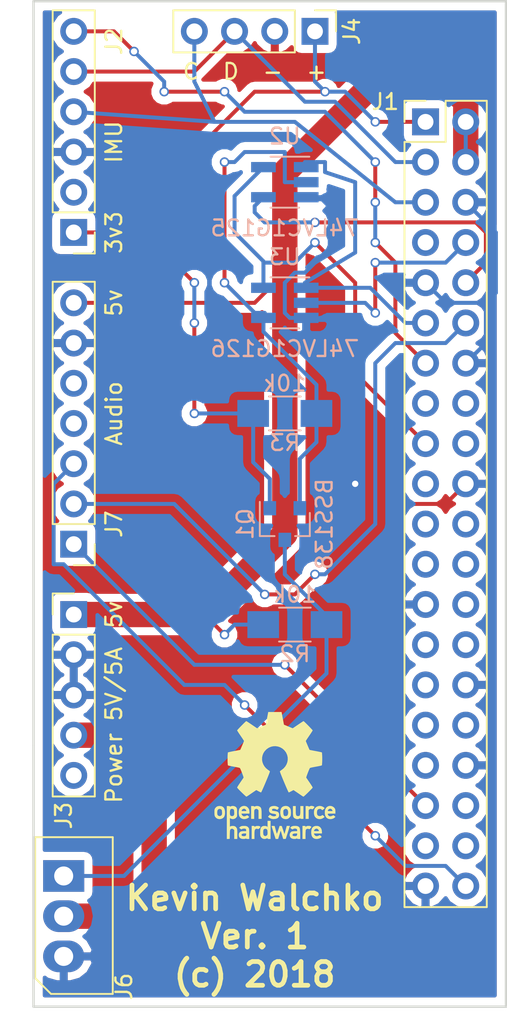
<source format=kicad_pcb>
(kicad_pcb (version 4) (host pcbnew 4.0.7)

  (general
    (links 43)
    (no_connects 0)
    (area 123.64119 54.489999 163.905001 119.285477)
    (thickness 1.6)
    (drawings 11)
    (tracks 182)
    (zones 0)
    (modules 12)
    (nets 17)
  )

  (page USLetter)
  (layers
    (0 F.Cu signal)
    (31 B.Cu signal)
    (32 B.Adhes user)
    (33 F.Adhes user)
    (34 B.Paste user)
    (35 F.Paste user)
    (36 B.SilkS user)
    (37 F.SilkS user)
    (38 B.Mask user)
    (39 F.Mask user)
    (40 Dwgs.User user)
    (41 Cmts.User user)
    (42 Eco1.User user)
    (43 Eco2.User user)
    (44 Edge.Cuts user)
    (45 Margin user)
    (46 B.CrtYd user)
    (47 F.CrtYd user)
    (48 B.Fab user)
    (49 F.Fab user)
  )

  (setup
    (last_trace_width 0.25)
    (user_trace_width 1)
    (user_trace_width 1.6)
    (trace_clearance 0.2)
    (zone_clearance 0.508)
    (zone_45_only no)
    (trace_min 0.2)
    (segment_width 0.2)
    (edge_width 0.15)
    (via_size 0.6)
    (via_drill 0.4)
    (via_min_size 0.4)
    (via_min_drill 0.3)
    (uvia_size 0.3)
    (uvia_drill 0.1)
    (uvias_allowed no)
    (uvia_min_size 0.2)
    (uvia_min_drill 0.1)
    (pcb_text_width 0.3)
    (pcb_text_size 1.5 1.5)
    (mod_edge_width 0.15)
    (mod_text_size 1 1)
    (mod_text_width 0.15)
    (pad_size 1.524 1.524)
    (pad_drill 0.762)
    (pad_to_mask_clearance 0.2)
    (aux_axis_origin 0 0)
    (visible_elements 7FFFFFFF)
    (pcbplotparams
      (layerselection 0x010f0_80000001)
      (usegerberextensions false)
      (excludeedgelayer true)
      (linewidth 0.100000)
      (plotframeref false)
      (viasonmask false)
      (mode 1)
      (useauxorigin false)
      (hpglpennumber 1)
      (hpglpenspeed 20)
      (hpglpendiameter 15)
      (hpglpenoverlay 2)
      (psnegative false)
      (psa4output false)
      (plotreference true)
      (plotvalue true)
      (plotinvisibletext false)
      (padsonsilk false)
      (subtractmaskfromsilk false)
      (outputformat 1)
      (mirror false)
      (drillshape 0)
      (scaleselection 1)
      (outputdirectory gerber/))
  )

  (net 0 "")
  (net 1 GND)
  (net 2 +5V)
  (net 3 "Net-(J1-Pad3)")
  (net 4 "Net-(J1-Pad5)")
  (net 5 +3V3)
  (net 6 RXI)
  (net 7 BCLK)
  (net 8 IMU-RST)
  (net 9 LRC)
  (net 10 DIN)
  (net 11 TXO)
  (net 12 DATA)
  (net 13 DTR)
  (net 14 "Net-(Q1-Pad2)")
  (net 15 VCC)
  (net 16 +12V)

  (net_class Default "This is the default net class."
    (clearance 0.2)
    (trace_width 0.25)
    (via_dia 0.6)
    (via_drill 0.4)
    (uvia_dia 0.3)
    (uvia_drill 0.1)
    (add_net +12V)
    (add_net +3V3)
    (add_net +5V)
    (add_net BCLK)
    (add_net DATA)
    (add_net DIN)
    (add_net DTR)
    (add_net GND)
    (add_net IMU-RST)
    (add_net LRC)
    (add_net "Net-(J1-Pad3)")
    (add_net "Net-(J1-Pad5)")
    (add_net "Net-(Q1-Pad2)")
    (add_net RXI)
    (add_net TXO)
    (add_net VCC)
  )

  (net_class large ""
    (clearance 0.2)
    (trace_width 0.6)
    (via_dia 0.6)
    (via_drill 0.4)
    (uvia_dia 0.3)
    (uvia_drill 0.1)
  )

  (module Resistors_SMD:R_1206_HandSoldering placed (layer B.Cu) (tedit 5AAD459E) (tstamp 5A83C863)
    (at 150.495 93.98)
    (descr "Resistor SMD 1206, hand soldering")
    (tags "resistor 1206")
    (path /5AA2CFFB)
    (attr smd)
    (fp_text reference R2 (at 0 1.85) (layer B.SilkS)
      (effects (font (size 1 1) (thickness 0.15)) (justify mirror))
    )
    (fp_text value 10k (at 0 -1.9) (layer B.SilkS)
      (effects (font (size 1 1) (thickness 0.15)) (justify mirror))
    )
    (fp_text user %R (at 0 0) (layer B.Fab)
      (effects (font (size 0.7 0.7) (thickness 0.105)) (justify mirror))
    )
    (fp_line (start -1.6 -0.8) (end -1.6 0.8) (layer B.Fab) (width 0.1))
    (fp_line (start 1.6 -0.8) (end -1.6 -0.8) (layer B.Fab) (width 0.1))
    (fp_line (start 1.6 0.8) (end 1.6 -0.8) (layer B.Fab) (width 0.1))
    (fp_line (start -1.6 0.8) (end 1.6 0.8) (layer B.Fab) (width 0.1))
    (fp_line (start 1 -1.07) (end -1 -1.07) (layer B.SilkS) (width 0.12))
    (fp_line (start -1 1.07) (end 1 1.07) (layer B.SilkS) (width 0.12))
    (fp_line (start -3.25 1.11) (end 3.25 1.11) (layer B.CrtYd) (width 0.05))
    (fp_line (start -3.25 1.11) (end -3.25 -1.1) (layer B.CrtYd) (width 0.05))
    (fp_line (start 3.25 -1.1) (end 3.25 1.11) (layer B.CrtYd) (width 0.05))
    (fp_line (start 3.25 -1.1) (end -3.25 -1.1) (layer B.CrtYd) (width 0.05))
    (pad 1 smd rect (at -2 0) (size 2 1.7) (layers B.Cu B.Paste B.Mask)
      (net 2 +5V))
    (pad 2 smd rect (at 2 0) (size 2 1.7) (layers B.Cu B.Paste B.Mask)
      (net 12 DATA))
    (model ${KISYS3DMOD}/Resistors_SMD.3dshapes/R_1206.wrl
      (at (xyz 0 0 0))
      (scale (xyz 1 1 1))
      (rotate (xyz 0 0 0))
    )
  )

  (module Resistors_SMD:R_1206_HandSoldering placed (layer B.Cu) (tedit 5AAD45AA) (tstamp 5A7E06F6)
    (at 149.86 80.645)
    (descr "Resistor SMD 1206, hand soldering")
    (tags "resistor 1206")
    (path /5AA2CFAD)
    (attr smd)
    (fp_text reference R3 (at 0 1.85) (layer B.SilkS)
      (effects (font (size 1 1) (thickness 0.15)) (justify mirror))
    )
    (fp_text value 10k (at 0 -1.9) (layer B.SilkS)
      (effects (font (size 1 1) (thickness 0.15)) (justify mirror))
    )
    (fp_text user %R (at 0 0) (layer B.Fab)
      (effects (font (size 0.7 0.7) (thickness 0.105)) (justify mirror))
    )
    (fp_line (start -1.6 -0.8) (end -1.6 0.8) (layer B.Fab) (width 0.1))
    (fp_line (start 1.6 -0.8) (end -1.6 -0.8) (layer B.Fab) (width 0.1))
    (fp_line (start 1.6 0.8) (end 1.6 -0.8) (layer B.Fab) (width 0.1))
    (fp_line (start -1.6 0.8) (end 1.6 0.8) (layer B.Fab) (width 0.1))
    (fp_line (start 1 -1.07) (end -1 -1.07) (layer B.SilkS) (width 0.12))
    (fp_line (start -1 1.07) (end 1 1.07) (layer B.SilkS) (width 0.12))
    (fp_line (start -3.25 1.11) (end 3.25 1.11) (layer B.CrtYd) (width 0.05))
    (fp_line (start -3.25 1.11) (end -3.25 -1.1) (layer B.CrtYd) (width 0.05))
    (fp_line (start 3.25 -1.1) (end 3.25 1.11) (layer B.CrtYd) (width 0.05))
    (fp_line (start 3.25 -1.1) (end -3.25 -1.1) (layer B.CrtYd) (width 0.05))
    (pad 1 smd rect (at -2 0) (size 2 1.7) (layers B.Cu B.Paste B.Mask)
      (net 5 +3V3))
    (pad 2 smd rect (at 2 0) (size 2 1.7) (layers B.Cu B.Paste B.Mask)
      (net 14 "Net-(Q1-Pad2)"))
    (model ${KISYS3DMOD}/Resistors_SMD.3dshapes/R_1206.wrl
      (at (xyz 0 0 0))
      (scale (xyz 1 1 1))
      (rotate (xyz 0 0 0))
    )
  )

  (module Pin_Headers:Pin_Header_Straight_2x20_Pitch2.54mm (layer F.Cu) (tedit 5B859663) (tstamp 5A93925E)
    (at 158.75 62.23)
    (descr "Through hole straight pin header, 2x20, 2.54mm pitch, double rows")
    (tags "Through hole pin header THT 2x20 2.54mm double row")
    (path /5A9398BB)
    (fp_text reference J1 (at -2.54 -1.27) (layer F.SilkS)
      (effects (font (size 1 1) (thickness 0.15)))
    )
    (fp_text value Raspberry_Pi_2_3 (at -3.175 20.32 90) (layer F.Fab) hide
      (effects (font (size 1 1) (thickness 0.15)))
    )
    (fp_line (start 0 -1.27) (end 3.81 -1.27) (layer F.Fab) (width 0.1))
    (fp_line (start 3.81 -1.27) (end 3.81 49.53) (layer F.Fab) (width 0.1))
    (fp_line (start 3.81 49.53) (end -1.27 49.53) (layer F.Fab) (width 0.1))
    (fp_line (start -1.27 49.53) (end -1.27 0) (layer F.Fab) (width 0.1))
    (fp_line (start -1.27 0) (end 0 -1.27) (layer F.Fab) (width 0.1))
    (fp_line (start -1.33 49.59) (end 3.87 49.59) (layer F.SilkS) (width 0.12))
    (fp_line (start -1.33 1.27) (end -1.33 49.59) (layer F.SilkS) (width 0.12))
    (fp_line (start 3.87 -1.33) (end 3.87 49.59) (layer F.SilkS) (width 0.12))
    (fp_line (start -1.33 1.27) (end 1.27 1.27) (layer F.SilkS) (width 0.12))
    (fp_line (start 1.27 1.27) (end 1.27 -1.33) (layer F.SilkS) (width 0.12))
    (fp_line (start 1.27 -1.33) (end 3.87 -1.33) (layer F.SilkS) (width 0.12))
    (fp_line (start -1.33 0) (end -1.33 -1.33) (layer F.SilkS) (width 0.12))
    (fp_line (start -1.33 -1.33) (end 0 -1.33) (layer F.SilkS) (width 0.12))
    (fp_line (start -1.8 -1.8) (end -1.8 50.05) (layer F.CrtYd) (width 0.05))
    (fp_line (start -1.8 50.05) (end 4.35 50.05) (layer F.CrtYd) (width 0.05))
    (fp_line (start 4.35 50.05) (end 4.35 -1.8) (layer F.CrtYd) (width 0.05))
    (fp_line (start 4.35 -1.8) (end -1.8 -1.8) (layer F.CrtYd) (width 0.05))
    (fp_text user %R (at 1.27 24.13 90) (layer F.Fab)
      (effects (font (size 1 1) (thickness 0.15)))
    )
    (pad 1 thru_hole rect (at 0 0) (size 1.7 1.7) (drill 1) (layers *.Cu *.Mask)
      (net 5 +3V3))
    (pad 2 thru_hole oval (at 2.54 0) (size 1.7 1.7) (drill 1) (layers *.Cu *.Mask)
      (net 2 +5V))
    (pad 3 thru_hole oval (at 0 2.54) (size 1.7 1.7) (drill 1) (layers *.Cu *.Mask)
      (net 3 "Net-(J1-Pad3)"))
    (pad 4 thru_hole oval (at 2.54 2.54) (size 1.7 1.7) (drill 1) (layers *.Cu *.Mask)
      (net 2 +5V))
    (pad 5 thru_hole oval (at 0 5.08) (size 1.7 1.7) (drill 1) (layers *.Cu *.Mask)
      (net 4 "Net-(J1-Pad5)"))
    (pad 6 thru_hole oval (at 2.54 5.08) (size 1.7 1.7) (drill 1) (layers *.Cu *.Mask)
      (net 1 GND))
    (pad 7 thru_hole oval (at 0 7.62) (size 1.7 1.7) (drill 1) (layers *.Cu *.Mask))
    (pad 8 thru_hole oval (at 2.54 7.62) (size 1.7 1.7) (drill 1) (layers *.Cu *.Mask)
      (net 11 TXO))
    (pad 9 thru_hole oval (at 0 10.16) (size 1.7 1.7) (drill 1) (layers *.Cu *.Mask)
      (net 1 GND))
    (pad 10 thru_hole oval (at 2.54 10.16) (size 1.7 1.7) (drill 1) (layers *.Cu *.Mask)
      (net 6 RXI))
    (pad 11 thru_hole oval (at 0 12.7) (size 1.7 1.7) (drill 1) (layers *.Cu *.Mask)
      (net 13 DTR))
    (pad 12 thru_hole oval (at 2.54 12.7) (size 1.7 1.7) (drill 1) (layers *.Cu *.Mask)
      (net 7 BCLK))
    (pad 13 thru_hole oval (at 0 15.24) (size 1.7 1.7) (drill 1) (layers *.Cu *.Mask)
      (net 8 IMU-RST))
    (pad 14 thru_hole oval (at 2.54 15.24) (size 1.7 1.7) (drill 1) (layers *.Cu *.Mask)
      (net 1 GND))
    (pad 15 thru_hole oval (at 0 17.78) (size 1.7 1.7) (drill 1) (layers *.Cu *.Mask))
    (pad 16 thru_hole oval (at 2.54 17.78) (size 1.7 1.7) (drill 1) (layers *.Cu *.Mask))
    (pad 17 thru_hole oval (at 0 20.32) (size 1.7 1.7) (drill 1) (layers *.Cu *.Mask)
      (net 15 VCC))
    (pad 18 thru_hole oval (at 2.54 20.32) (size 1.7 1.7) (drill 1) (layers *.Cu *.Mask))
    (pad 19 thru_hole oval (at 0 22.86) (size 1.7 1.7) (drill 1) (layers *.Cu *.Mask))
    (pad 20 thru_hole oval (at 2.54 22.86) (size 1.7 1.7) (drill 1) (layers *.Cu *.Mask)
      (net 1 GND))
    (pad 21 thru_hole oval (at 0 25.4) (size 1.7 1.7) (drill 1) (layers *.Cu *.Mask))
    (pad 22 thru_hole oval (at 2.54 25.4) (size 1.7 1.7) (drill 1) (layers *.Cu *.Mask))
    (pad 23 thru_hole oval (at 0 27.94) (size 1.7 1.7) (drill 1) (layers *.Cu *.Mask))
    (pad 24 thru_hole oval (at 2.54 27.94) (size 1.7 1.7) (drill 1) (layers *.Cu *.Mask))
    (pad 25 thru_hole oval (at 0 30.48) (size 1.7 1.7) (drill 1) (layers *.Cu *.Mask)
      (net 1 GND))
    (pad 26 thru_hole oval (at 2.54 30.48) (size 1.7 1.7) (drill 1) (layers *.Cu *.Mask))
    (pad 27 thru_hole oval (at 0 33.02) (size 1.7 1.7) (drill 1) (layers *.Cu *.Mask))
    (pad 28 thru_hole oval (at 2.54 33.02) (size 1.7 1.7) (drill 1) (layers *.Cu *.Mask))
    (pad 29 thru_hole oval (at 0 35.56) (size 1.7 1.7) (drill 1) (layers *.Cu *.Mask))
    (pad 30 thru_hole oval (at 2.54 35.56) (size 1.7 1.7) (drill 1) (layers *.Cu *.Mask)
      (net 1 GND))
    (pad 31 thru_hole oval (at 0 38.1) (size 1.7 1.7) (drill 1) (layers *.Cu *.Mask))
    (pad 32 thru_hole oval (at 2.54 38.1) (size 1.7 1.7) (drill 1) (layers *.Cu *.Mask))
    (pad 33 thru_hole oval (at 0 40.64) (size 1.7 1.7) (drill 1) (layers *.Cu *.Mask))
    (pad 34 thru_hole oval (at 2.54 40.64) (size 1.7 1.7) (drill 1) (layers *.Cu *.Mask)
      (net 1 GND))
    (pad 35 thru_hole oval (at 0 43.18) (size 1.7 1.7) (drill 1) (layers *.Cu *.Mask)
      (net 9 LRC))
    (pad 36 thru_hole oval (at 2.54 43.18) (size 1.7 1.7) (drill 1) (layers *.Cu *.Mask))
    (pad 37 thru_hole oval (at 0 45.72) (size 1.7 1.7) (drill 1) (layers *.Cu *.Mask))
    (pad 38 thru_hole oval (at 2.54 45.72) (size 1.7 1.7) (drill 1) (layers *.Cu *.Mask))
    (pad 39 thru_hole oval (at 0 48.26) (size 1.7 1.7) (drill 1) (layers *.Cu *.Mask)
      (net 1 GND))
    (pad 40 thru_hole oval (at 2.54 48.26) (size 1.7 1.7) (drill 1) (layers *.Cu *.Mask)
      (net 10 DIN))
    (model ${KISYS3DMOD}/Pin_Headers.3dshapes/Pin_Header_Straight_2x20_Pitch2.54mm.wrl
      (at (xyz 0 0 0))
      (scale (xyz 1 1 1))
      (rotate (xyz 0 0 0))
    )
  )

  (module TO_SOT_Packages_SMD:SOT-23 (layer B.Cu) (tedit 5AAD4784) (tstamp 5AA2DD10)
    (at 149.86 87.63 270)
    (descr "SOT-23, Standard")
    (tags SOT-23)
    (path /5AAD3B03)
    (attr smd)
    (fp_text reference Q1 (at 0 2.5 270) (layer B.SilkS)
      (effects (font (size 1 1) (thickness 0.15)) (justify mirror))
    )
    (fp_text value BSS138 (at 0 -2.5 270) (layer B.SilkS)
      (effects (font (size 1 1) (thickness 0.15)) (justify mirror))
    )
    (fp_text user %R (at 0 0 540) (layer B.Fab)
      (effects (font (size 0.5 0.5) (thickness 0.075)) (justify mirror))
    )
    (fp_line (start -0.7 0.95) (end -0.7 -1.5) (layer B.Fab) (width 0.1))
    (fp_line (start -0.15 1.52) (end 0.7 1.52) (layer B.Fab) (width 0.1))
    (fp_line (start -0.7 0.95) (end -0.15 1.52) (layer B.Fab) (width 0.1))
    (fp_line (start 0.7 1.52) (end 0.7 -1.52) (layer B.Fab) (width 0.1))
    (fp_line (start -0.7 -1.52) (end 0.7 -1.52) (layer B.Fab) (width 0.1))
    (fp_line (start 0.76 -1.58) (end 0.76 -0.65) (layer B.SilkS) (width 0.12))
    (fp_line (start 0.76 1.58) (end 0.76 0.65) (layer B.SilkS) (width 0.12))
    (fp_line (start -1.7 1.75) (end 1.7 1.75) (layer B.CrtYd) (width 0.05))
    (fp_line (start 1.7 1.75) (end 1.7 -1.75) (layer B.CrtYd) (width 0.05))
    (fp_line (start 1.7 -1.75) (end -1.7 -1.75) (layer B.CrtYd) (width 0.05))
    (fp_line (start -1.7 -1.75) (end -1.7 1.75) (layer B.CrtYd) (width 0.05))
    (fp_line (start 0.76 1.58) (end -1.4 1.58) (layer B.SilkS) (width 0.12))
    (fp_line (start 0.76 -1.58) (end -0.7 -1.58) (layer B.SilkS) (width 0.12))
    (pad 1 smd rect (at -1 0.95 270) (size 0.9 0.8) (layers B.Cu B.Paste B.Mask)
      (net 5 +3V3))
    (pad 2 smd rect (at -1 -0.95 270) (size 0.9 0.8) (layers B.Cu B.Paste B.Mask)
      (net 14 "Net-(Q1-Pad2)"))
    (pad 3 smd rect (at 1 0 270) (size 0.9 0.8) (layers B.Cu B.Paste B.Mask)
      (net 12 DATA))
    (model ${KISYS3DMOD}/TO_SOT_Packages_SMD.3dshapes/SOT-23.wrl
      (at (xyz 0 0 0))
      (scale (xyz 1 1 1))
      (rotate (xyz 0 0 0))
    )
  )

  (module TO_SOT_Packages_SMD:SOT-23-5_HandSoldering (layer B.Cu) (tedit 5AAD4592) (tstamp 5AA2E1E8)
    (at 149.86 66.04 180)
    (descr "5-pin SOT23 package")
    (tags "SOT-23-5 hand-soldering")
    (path /5AA2CD3D)
    (attr smd)
    (fp_text reference U2 (at 0 2.9 180) (layer B.SilkS)
      (effects (font (size 1 1) (thickness 0.15)) (justify mirror))
    )
    (fp_text value 74LVC1G125 (at 0 -2.9 180) (layer B.SilkS)
      (effects (font (size 1 1) (thickness 0.15)) (justify mirror))
    )
    (fp_text user %R (at 0 0 450) (layer B.Fab)
      (effects (font (size 0.5 0.5) (thickness 0.075)) (justify mirror))
    )
    (fp_line (start -0.9 -1.61) (end 0.9 -1.61) (layer B.SilkS) (width 0.12))
    (fp_line (start 0.9 1.61) (end -1.55 1.61) (layer B.SilkS) (width 0.12))
    (fp_line (start -0.9 0.9) (end -0.25 1.55) (layer B.Fab) (width 0.1))
    (fp_line (start 0.9 1.55) (end -0.25 1.55) (layer B.Fab) (width 0.1))
    (fp_line (start -0.9 0.9) (end -0.9 -1.55) (layer B.Fab) (width 0.1))
    (fp_line (start 0.9 -1.55) (end -0.9 -1.55) (layer B.Fab) (width 0.1))
    (fp_line (start 0.9 1.55) (end 0.9 -1.55) (layer B.Fab) (width 0.1))
    (fp_line (start -2.38 1.8) (end 2.38 1.8) (layer B.CrtYd) (width 0.05))
    (fp_line (start -2.38 1.8) (end -2.38 -1.8) (layer B.CrtYd) (width 0.05))
    (fp_line (start 2.38 -1.8) (end 2.38 1.8) (layer B.CrtYd) (width 0.05))
    (fp_line (start 2.38 -1.8) (end -2.38 -1.8) (layer B.CrtYd) (width 0.05))
    (pad 1 smd rect (at -1.35 0.95 180) (size 1.56 0.65) (layers B.Cu B.Paste B.Mask)
      (net 13 DTR))
    (pad 2 smd rect (at -1.35 0 180) (size 1.56 0.65) (layers B.Cu B.Paste B.Mask)
      (net 14 "Net-(Q1-Pad2)"))
    (pad 3 smd rect (at -1.35 -0.95 180) (size 1.56 0.65) (layers B.Cu B.Paste B.Mask)
      (net 1 GND))
    (pad 4 smd rect (at 1.35 -0.95 180) (size 1.56 0.65) (layers B.Cu B.Paste B.Mask)
      (net 6 RXI))
    (pad 5 smd rect (at 1.35 0.95 180) (size 1.56 0.65) (layers B.Cu B.Paste B.Mask)
      (net 15 VCC))
    (model ${KISYS3DMOD}/TO_SOT_Packages_SMD.3dshapes\SOT-23-5.wrl
      (at (xyz 0 0 0))
      (scale (xyz 1 1 1))
      (rotate (xyz 0 0 0))
    )
  )

  (module TO_SOT_Packages_SMD:SOT-23-5_HandSoldering (layer B.Cu) (tedit 5AAD4582) (tstamp 5AA2E1F8)
    (at 149.86 73.66 180)
    (descr "5-pin SOT23 package")
    (tags "SOT-23-5 hand-soldering")
    (path /5AA2CDC6)
    (attr smd)
    (fp_text reference U3 (at 0 2.9 180) (layer B.SilkS)
      (effects (font (size 1 1) (thickness 0.15)) (justify mirror))
    )
    (fp_text value 74LVC1G126 (at 0 -2.9 180) (layer B.SilkS)
      (effects (font (size 1 1) (thickness 0.15)) (justify mirror))
    )
    (fp_text user %R (at 0 0 450) (layer B.Fab)
      (effects (font (size 0.5 0.5) (thickness 0.075)) (justify mirror))
    )
    (fp_line (start -0.9 -1.61) (end 0.9 -1.61) (layer B.SilkS) (width 0.12))
    (fp_line (start 0.9 1.61) (end -1.55 1.61) (layer B.SilkS) (width 0.12))
    (fp_line (start -0.9 0.9) (end -0.25 1.55) (layer B.Fab) (width 0.1))
    (fp_line (start 0.9 1.55) (end -0.25 1.55) (layer B.Fab) (width 0.1))
    (fp_line (start -0.9 0.9) (end -0.9 -1.55) (layer B.Fab) (width 0.1))
    (fp_line (start 0.9 -1.55) (end -0.9 -1.55) (layer B.Fab) (width 0.1))
    (fp_line (start 0.9 1.55) (end 0.9 -1.55) (layer B.Fab) (width 0.1))
    (fp_line (start -2.38 1.8) (end 2.38 1.8) (layer B.CrtYd) (width 0.05))
    (fp_line (start -2.38 1.8) (end -2.38 -1.8) (layer B.CrtYd) (width 0.05))
    (fp_line (start 2.38 -1.8) (end 2.38 1.8) (layer B.CrtYd) (width 0.05))
    (fp_line (start 2.38 -1.8) (end -2.38 -1.8) (layer B.CrtYd) (width 0.05))
    (pad 1 smd rect (at -1.35 0.95 180) (size 1.56 0.65) (layers B.Cu B.Paste B.Mask)
      (net 13 DTR))
    (pad 2 smd rect (at -1.35 0 180) (size 1.56 0.65) (layers B.Cu B.Paste B.Mask)
      (net 11 TXO))
    (pad 3 smd rect (at -1.35 -0.95 180) (size 1.56 0.65) (layers B.Cu B.Paste B.Mask)
      (net 1 GND))
    (pad 4 smd rect (at 1.35 -0.95 180) (size 1.56 0.65) (layers B.Cu B.Paste B.Mask)
      (net 14 "Net-(Q1-Pad2)"))
    (pad 5 smd rect (at 1.35 0.95 180) (size 1.56 0.65) (layers B.Cu B.Paste B.Mask)
      (net 15 VCC))
    (model ${KISYS3DMOD}/TO_SOT_Packages_SMD.3dshapes\SOT-23-5.wrl
      (at (xyz 0 0 0))
      (scale (xyz 1 1 1))
      (rotate (xyz 0 0 0))
    )
  )

  (module Pin_Headers:Pin_Header_Straight_1x06_Pitch2.54mm (layer F.Cu) (tedit 5B85A20B) (tstamp 5AA2E241)
    (at 136.525 69.215 180)
    (descr "Through hole straight pin header, 1x06, 2.54mm pitch, single row")
    (tags "Through hole pin header THT 1x06 2.54mm single row")
    (path /5A939BFA)
    (fp_text reference J2 (at -2.54 12.065 270) (layer F.SilkS)
      (effects (font (size 1 1) (thickness 0.15)))
    )
    (fp_text value IMU (at -2.54 5.715 270) (layer F.SilkS)
      (effects (font (size 1 1) (thickness 0.15)))
    )
    (fp_line (start -0.635 -1.27) (end 1.27 -1.27) (layer F.Fab) (width 0.1))
    (fp_line (start 1.27 -1.27) (end 1.27 13.97) (layer F.Fab) (width 0.1))
    (fp_line (start 1.27 13.97) (end -1.27 13.97) (layer F.Fab) (width 0.1))
    (fp_line (start -1.27 13.97) (end -1.27 -0.635) (layer F.Fab) (width 0.1))
    (fp_line (start -1.27 -0.635) (end -0.635 -1.27) (layer F.Fab) (width 0.1))
    (fp_line (start -1.33 14.03) (end 1.33 14.03) (layer F.SilkS) (width 0.12))
    (fp_line (start -1.33 1.27) (end -1.33 14.03) (layer F.SilkS) (width 0.12))
    (fp_line (start 1.33 1.27) (end 1.33 14.03) (layer F.SilkS) (width 0.12))
    (fp_line (start -1.33 1.27) (end 1.33 1.27) (layer F.SilkS) (width 0.12))
    (fp_line (start -1.33 0) (end -1.33 -1.33) (layer F.SilkS) (width 0.12))
    (fp_line (start -1.33 -1.33) (end 0 -1.33) (layer F.SilkS) (width 0.12))
    (fp_line (start -1.8 -1.8) (end -1.8 14.5) (layer F.CrtYd) (width 0.05))
    (fp_line (start -1.8 14.5) (end 1.8 14.5) (layer F.CrtYd) (width 0.05))
    (fp_line (start 1.8 14.5) (end 1.8 -1.8) (layer F.CrtYd) (width 0.05))
    (fp_line (start 1.8 -1.8) (end -1.8 -1.8) (layer F.CrtYd) (width 0.05))
    (fp_text user %R (at 0 6.35 270) (layer F.Fab)
      (effects (font (size 1 1) (thickness 0.15)))
    )
    (pad 1 thru_hole rect (at 0 0 180) (size 1.7 1.7) (drill 1) (layers *.Cu *.Mask)
      (net 5 +3V3))
    (pad 2 thru_hole oval (at 0 2.54 180) (size 1.7 1.7) (drill 1) (layers *.Cu *.Mask))
    (pad 3 thru_hole oval (at 0 5.08 180) (size 1.7 1.7) (drill 1) (layers *.Cu *.Mask)
      (net 1 GND))
    (pad 4 thru_hole oval (at 0 7.62 180) (size 1.7 1.7) (drill 1) (layers *.Cu *.Mask)
      (net 4 "Net-(J1-Pad5)"))
    (pad 5 thru_hole oval (at 0 10.16 180) (size 1.7 1.7) (drill 1) (layers *.Cu *.Mask)
      (net 3 "Net-(J1-Pad3)"))
    (pad 6 thru_hole oval (at 0 12.7 180) (size 1.7 1.7) (drill 1) (layers *.Cu *.Mask)
      (net 8 IMU-RST))
    (model ${KISYS3DMOD}/Pin_Headers.3dshapes/Pin_Header_Straight_1x06_Pitch2.54mm.wrl
      (at (xyz 0 0 0))
      (scale (xyz 1 1 1))
      (rotate (xyz 0 0 0))
    )
  )

  (module Pin_Headers:Pin_Header_Straight_1x07_Pitch2.54mm (layer F.Cu) (tedit 5B85A1C6) (tstamp 5AA2E253)
    (at 136.525 88.9 180)
    (descr "Through hole straight pin header, 1x07, 2.54mm pitch, single row")
    (tags "Through hole pin header THT 1x07 2.54mm single row")
    (path /5A93A68D)
    (fp_text reference J7 (at -2.54 1.27 270) (layer F.SilkS)
      (effects (font (size 1 1) (thickness 0.15)))
    )
    (fp_text value Audio (at -2.54 8.255 270) (layer F.SilkS)
      (effects (font (size 1 1) (thickness 0.15)))
    )
    (fp_line (start -0.635 -1.27) (end 1.27 -1.27) (layer F.Fab) (width 0.1))
    (fp_line (start 1.27 -1.27) (end 1.27 16.51) (layer F.Fab) (width 0.1))
    (fp_line (start 1.27 16.51) (end -1.27 16.51) (layer F.Fab) (width 0.1))
    (fp_line (start -1.27 16.51) (end -1.27 -0.635) (layer F.Fab) (width 0.1))
    (fp_line (start -1.27 -0.635) (end -0.635 -1.27) (layer F.Fab) (width 0.1))
    (fp_line (start -1.33 16.57) (end 1.33 16.57) (layer F.SilkS) (width 0.12))
    (fp_line (start -1.33 1.27) (end -1.33 16.57) (layer F.SilkS) (width 0.12))
    (fp_line (start 1.33 1.27) (end 1.33 16.57) (layer F.SilkS) (width 0.12))
    (fp_line (start -1.33 1.27) (end 1.33 1.27) (layer F.SilkS) (width 0.12))
    (fp_line (start -1.33 0) (end -1.33 -1.33) (layer F.SilkS) (width 0.12))
    (fp_line (start -1.33 -1.33) (end 0 -1.33) (layer F.SilkS) (width 0.12))
    (fp_line (start -1.8 -1.8) (end -1.8 17.05) (layer F.CrtYd) (width 0.05))
    (fp_line (start -1.8 17.05) (end 1.8 17.05) (layer F.CrtYd) (width 0.05))
    (fp_line (start 1.8 17.05) (end 1.8 -1.8) (layer F.CrtYd) (width 0.05))
    (fp_line (start 1.8 -1.8) (end -1.8 -1.8) (layer F.CrtYd) (width 0.05))
    (fp_text user %R (at 0 7.62 270) (layer F.Fab)
      (effects (font (size 1 1) (thickness 0.15)))
    )
    (pad 1 thru_hole rect (at 0 0 180) (size 1.7 1.7) (drill 1) (layers *.Cu *.Mask)
      (net 9 LRC))
    (pad 2 thru_hole oval (at 0 2.54 180) (size 1.7 1.7) (drill 1) (layers *.Cu *.Mask)
      (net 7 BCLK))
    (pad 3 thru_hole oval (at 0 5.08 180) (size 1.7 1.7) (drill 1) (layers *.Cu *.Mask)
      (net 10 DIN))
    (pad 4 thru_hole oval (at 0 7.62 180) (size 1.7 1.7) (drill 1) (layers *.Cu *.Mask))
    (pad 5 thru_hole oval (at 0 10.16 180) (size 1.7 1.7) (drill 1) (layers *.Cu *.Mask))
    (pad 6 thru_hole oval (at 0 12.7 180) (size 1.7 1.7) (drill 1) (layers *.Cu *.Mask)
      (net 1 GND))
    (pad 7 thru_hole oval (at 0 15.24 180) (size 1.7 1.7) (drill 1) (layers *.Cu *.Mask)
      (net 2 +5V))
    (model ${KISYS3DMOD}/Pin_Headers.3dshapes/Pin_Header_Straight_1x07_Pitch2.54mm.wrl
      (at (xyz 0 0 0))
      (scale (xyz 1 1 1))
      (rotate (xyz 0 0 0))
    )
  )

  (module Connectors_Molex:Molex_SPOX-5267_22-03-5035_03x2.54mm_Straight (layer F.Cu) (tedit 5B899E3F) (tstamp 5B858B72)
    (at 135.89 109.855 270)
    (descr "Connector Headers with Friction Lock, 22-03-5035, http://www.molex.com/pdm_docs/ps/PS-5264-001-001.pdf")
    (tags "connector molex SPOX 5267 22-03-5035")
    (path /5B844EA8)
    (fp_text reference J6 (at 6.985 -3.81 270) (layer F.SilkS)
      (effects (font (size 1 1) (thickness 0.15)))
    )
    (fp_text value "Power/Data Input" (at 2.54 3.175 270) (layer F.Fab)
      (effects (font (size 1 1) (thickness 0.15)))
    )
    (fp_line (start 6.45 1.8) (end 7.45 0.8) (layer F.SilkS) (width 0.12))
    (fp_line (start -2.45 -3.1) (end -2.45 1.8) (layer F.SilkS) (width 0.12))
    (fp_line (start -2.45 1.8) (end 6.45 1.8) (layer F.SilkS) (width 0.12))
    (fp_line (start 7.45 0.8) (end 7.45 -3.1) (layer F.SilkS) (width 0.12))
    (fp_line (start 7.45 -3.1) (end -2.45 -3.1) (layer F.SilkS) (width 0.12))
    (fp_line (start -2.5 1.85) (end -2.5 -3.15) (layer F.CrtYd) (width 0.05))
    (fp_line (start -2.5 -3.15) (end 7.5 -3.15) (layer F.CrtYd) (width 0.05))
    (fp_line (start 7.5 -3.15) (end 7.5 1.85) (layer F.CrtYd) (width 0.05))
    (fp_line (start 7.5 1.85) (end -2.5 1.85) (layer F.CrtYd) (width 0.05))
    (fp_line (start 7.35 -3) (end -2.35 -3) (layer F.Fab) (width 0.1))
    (fp_line (start 7.35 0.7) (end 7.35 -3) (layer F.Fab) (width 0.1))
    (fp_line (start 6.35 1.7) (end 7.35 0.7) (layer F.Fab) (width 0.1))
    (fp_line (start -2.35 1.7) (end 6.35 1.7) (layer F.Fab) (width 0.1))
    (fp_line (start -2.35 -3) (end -2.35 1.7) (layer F.Fab) (width 0.1))
    (pad 1 thru_hole rect (at 0 0 270) (size 2 2.6) (drill 1.2) (layers *.Cu *.Mask)
      (net 12 DATA))
    (pad 2 thru_hole oval (at 2.54 0 270) (size 2 2.6) (drill 1.2) (layers *.Cu *.Mask)
      (net 16 +12V))
    (pad 3 thru_hole oval (at 5.08 0 270) (size 2 2.6) (drill 1.2) (layers *.Cu *.Mask)
      (net 1 GND))
    (model ${KISYS3DMOD}/Connectors_Molex.3dshapes/Molex_SPOX-5267_22-03-5035_03x2.54mm_Straight.wrl
      (at (xyz 0.1 0.023622 0.114173))
      (scale (xyz 1 1 1))
      (rotate (xyz -90 0 180))
    )
  )

  (module Pin_Headers:Pin_Header_Straight_1x05_Pitch2.54mm (layer F.Cu) (tedit 5B899E26) (tstamp 5B858CF6)
    (at 136.525 93.345)
    (descr "Through hole straight pin header, 1x05, 2.54mm pitch, single row")
    (tags "Through hole pin header THT 1x05 2.54mm single row")
    (path /5B845365)
    (fp_text reference J3 (at -0.635 12.7 90) (layer F.SilkS)
      (effects (font (size 1 1) (thickness 0.15)))
    )
    (fp_text value "Power 5V/5A" (at 2.54 6.985 90) (layer F.SilkS)
      (effects (font (size 1 1) (thickness 0.15)))
    )
    (fp_line (start -0.635 -1.27) (end 1.27 -1.27) (layer F.Fab) (width 0.1))
    (fp_line (start 1.27 -1.27) (end 1.27 11.43) (layer F.Fab) (width 0.1))
    (fp_line (start 1.27 11.43) (end -1.27 11.43) (layer F.Fab) (width 0.1))
    (fp_line (start -1.27 11.43) (end -1.27 -0.635) (layer F.Fab) (width 0.1))
    (fp_line (start -1.27 -0.635) (end -0.635 -1.27) (layer F.Fab) (width 0.1))
    (fp_line (start -1.33 11.49) (end 1.33 11.49) (layer F.SilkS) (width 0.12))
    (fp_line (start -1.33 1.27) (end -1.33 11.49) (layer F.SilkS) (width 0.12))
    (fp_line (start 1.33 1.27) (end 1.33 11.49) (layer F.SilkS) (width 0.12))
    (fp_line (start -1.33 1.27) (end 1.33 1.27) (layer F.SilkS) (width 0.12))
    (fp_line (start -1.33 0) (end -1.33 -1.33) (layer F.SilkS) (width 0.12))
    (fp_line (start -1.33 -1.33) (end 0 -1.33) (layer F.SilkS) (width 0.12))
    (fp_line (start -1.8 -1.8) (end -1.8 11.95) (layer F.CrtYd) (width 0.05))
    (fp_line (start -1.8 11.95) (end 1.8 11.95) (layer F.CrtYd) (width 0.05))
    (fp_line (start 1.8 11.95) (end 1.8 -1.8) (layer F.CrtYd) (width 0.05))
    (fp_line (start 1.8 -1.8) (end -1.8 -1.8) (layer F.CrtYd) (width 0.05))
    (fp_text user %R (at 0 5.08 90) (layer F.Fab)
      (effects (font (size 1 1) (thickness 0.15)))
    )
    (pad 1 thru_hole rect (at 0 0) (size 1.7 1.7) (drill 1) (layers *.Cu *.Mask)
      (net 2 +5V))
    (pad 2 thru_hole oval (at 0 2.54) (size 1.7 1.7) (drill 1) (layers *.Cu *.Mask)
      (net 1 GND))
    (pad 3 thru_hole oval (at 0 5.08) (size 1.7 1.7) (drill 1) (layers *.Cu *.Mask)
      (net 1 GND))
    (pad 4 thru_hole oval (at 0 7.62) (size 1.7 1.7) (drill 1) (layers *.Cu *.Mask)
      (net 16 +12V))
    (pad 5 thru_hole oval (at 0 10.16) (size 1.7 1.7) (drill 1) (layers *.Cu *.Mask))
    (model ${KISYS3DMOD}/Pin_Headers.3dshapes/Pin_Header_Straight_1x05_Pitch2.54mm.wrl
      (at (xyz 0 0 0))
      (scale (xyz 1 1 1))
      (rotate (xyz 0 0 0))
    )
  )

  (module Symbols:OSHW-Logo_7.5x8mm_SilkScreen (layer F.Cu) (tedit 5B85C54F) (tstamp 5B85C4EB)
    (at 149.225 103.505)
    (descr "Open Source Hardware Logo")
    (tags "Logo OSHW")
    (attr virtual)
    (fp_text reference REF*** (at -22.86 8.89) (layer F.SilkS) hide
      (effects (font (size 1 1) (thickness 0.15)))
    )
    (fp_text value " " (at 0.75 0) (layer F.Fab) hide
      (effects (font (size 1 1) (thickness 0.15)))
    )
    (fp_poly (pts (xy -2.53664 1.952468) (xy -2.501408 1.969874) (xy -2.45796 2.000206) (xy -2.426294 2.033283)
      (xy -2.404606 2.074817) (xy -2.391097 2.130522) (xy -2.383962 2.206111) (xy -2.3814 2.307296)
      (xy -2.38125 2.350797) (xy -2.381688 2.446135) (xy -2.383504 2.514271) (xy -2.387455 2.561418)
      (xy -2.394298 2.59379) (xy -2.404789 2.6176) (xy -2.415704 2.633843) (xy -2.485381 2.702952)
      (xy -2.567434 2.744521) (xy -2.65595 2.757023) (xy -2.745019 2.738934) (xy -2.773237 2.726142)
      (xy -2.84079 2.690931) (xy -2.84079 3.2427) (xy -2.791488 3.217205) (xy -2.726527 3.19748)
      (xy -2.64668 3.192427) (xy -2.566948 3.201756) (xy -2.506735 3.222714) (xy -2.456792 3.262627)
      (xy -2.414119 3.319741) (xy -2.41091 3.325605) (xy -2.397378 3.353227) (xy -2.387495 3.381068)
      (xy -2.380691 3.414794) (xy -2.376399 3.460071) (xy -2.374049 3.522562) (xy -2.373072 3.607935)
      (xy -2.372895 3.70401) (xy -2.372895 4.010526) (xy -2.556711 4.010526) (xy -2.556711 3.445339)
      (xy -2.608125 3.402077) (xy -2.661534 3.367472) (xy -2.712112 3.36118) (xy -2.76297 3.377372)
      (xy -2.790075 3.393227) (xy -2.810249 3.41581) (xy -2.824597 3.44994) (xy -2.834224 3.500434)
      (xy -2.840237 3.572111) (xy -2.84374 3.669788) (xy -2.844974 3.734802) (xy -2.849145 4.002171)
      (xy -2.936875 4.007222) (xy -3.024606 4.012273) (xy -3.024606 2.353101) (xy -2.84079 2.353101)
      (xy -2.836104 2.4456) (xy -2.820312 2.509809) (xy -2.790817 2.549759) (xy -2.74502 2.56948)
      (xy -2.69875 2.573421) (xy -2.646372 2.568892) (xy -2.61161 2.551069) (xy -2.589872 2.527519)
      (xy -2.57276 2.502189) (xy -2.562573 2.473969) (xy -2.55804 2.434431) (xy -2.557891 2.375142)
      (xy -2.559416 2.325498) (xy -2.562919 2.25071) (xy -2.568133 2.201611) (xy -2.576913 2.170467)
      (xy -2.591114 2.149545) (xy -2.604516 2.137452) (xy -2.660513 2.111081) (xy -2.726789 2.106822)
      (xy -2.764844 2.115906) (xy -2.802523 2.148196) (xy -2.827481 2.211006) (xy -2.839578 2.303894)
      (xy -2.84079 2.353101) (xy -3.024606 2.353101) (xy -3.024606 1.938421) (xy -2.932698 1.938421)
      (xy -2.877517 1.940603) (xy -2.849048 1.948351) (xy -2.840794 1.963468) (xy -2.84079 1.963916)
      (xy -2.83696 1.97872) (xy -2.820067 1.977039) (xy -2.786481 1.960772) (xy -2.708222 1.935887)
      (xy -2.620173 1.933271) (xy -2.53664 1.952468)) (layer F.SilkS) (width 0.01))
    (fp_poly (pts (xy -1.839543 3.198184) (xy -1.76093 3.21916) (xy -1.701084 3.25718) (xy -1.658853 3.306978)
      (xy -1.645725 3.32823) (xy -1.636032 3.350492) (xy -1.629256 3.37897) (xy -1.624877 3.418871)
      (xy -1.622376 3.475401) (xy -1.621232 3.553767) (xy -1.620928 3.659176) (xy -1.620922 3.687142)
      (xy -1.620922 4.010526) (xy -1.701132 4.010526) (xy -1.752294 4.006943) (xy -1.790123 3.997866)
      (xy -1.799601 3.992268) (xy -1.825512 3.982606) (xy -1.851976 3.992268) (xy -1.895548 4.00433)
      (xy -1.95884 4.009185) (xy -2.02899 4.007078) (xy -2.09314 3.998256) (xy -2.130593 3.986937)
      (xy -2.203067 3.940412) (xy -2.24836 3.875846) (xy -2.268722 3.79) (xy -2.268912 3.787796)
      (xy -2.267125 3.749713) (xy -2.105527 3.749713) (xy -2.091399 3.79303) (xy -2.068388 3.817408)
      (xy -2.022196 3.835845) (xy -1.961225 3.843205) (xy -1.899051 3.839583) (xy -1.849249 3.825074)
      (xy -1.835297 3.815765) (xy -1.810915 3.772753) (xy -1.804737 3.723857) (xy -1.804737 3.659605)
      (xy -1.897182 3.659605) (xy -1.985005 3.666366) (xy -2.051582 3.68552) (xy -2.092998 3.715376)
      (xy -2.105527 3.749713) (xy -2.267125 3.749713) (xy -2.26451 3.694004) (xy -2.233576 3.619847)
      (xy -2.175419 3.563767) (xy -2.16738 3.558665) (xy -2.132837 3.542055) (xy -2.090082 3.531996)
      (xy -2.030314 3.527107) (xy -1.95931 3.525983) (xy -1.804737 3.525921) (xy -1.804737 3.461125)
      (xy -1.811294 3.41085) (xy -1.828025 3.377169) (xy -1.829984 3.375376) (xy -1.867217 3.360642)
      (xy -1.92342 3.354931) (xy -1.985533 3.357737) (xy -2.04049 3.368556) (xy -2.073101 3.384782)
      (xy -2.090772 3.39778) (xy -2.109431 3.400262) (xy -2.135181 3.389613) (xy -2.174127 3.363218)
      (xy -2.23237 3.318465) (xy -2.237716 3.314273) (xy -2.234977 3.29876) (xy -2.212124 3.27296)
      (xy -2.177391 3.244289) (xy -2.13901 3.220166) (xy -2.126952 3.21447) (xy -2.082966 3.203103)
      (xy -2.018513 3.194995) (xy -1.946503 3.191743) (xy -1.943136 3.191736) (xy -1.839543 3.198184)) (layer F.SilkS) (width 0.01))
    (fp_poly (pts (xy -1.320119 3.193486) (xy -1.295112 3.200982) (xy -1.28705 3.217451) (xy -1.286711 3.224886)
      (xy -1.285264 3.245594) (xy -1.275302 3.248845) (xy -1.248388 3.234648) (xy -1.232402 3.224948)
      (xy -1.181967 3.204175) (xy -1.121728 3.193904) (xy -1.058566 3.193114) (xy -0.999363 3.200786)
      (xy -0.950998 3.215898) (xy -0.920354 3.237432) (xy -0.914311 3.264366) (xy -0.917361 3.27166)
      (xy -0.939594 3.301937) (xy -0.97407 3.339175) (xy -0.980306 3.345195) (xy -1.013167 3.372875)
      (xy -1.04152 3.381818) (xy -1.081173 3.375576) (xy -1.097058 3.371429) (xy -1.146491 3.361467)
      (xy -1.181248 3.365947) (xy -1.2106 3.381746) (xy -1.237487 3.402949) (xy -1.25729 3.429614)
      (xy -1.271052 3.466827) (xy -1.279816 3.519673) (xy -1.284626 3.593237) (xy -1.286526 3.692605)
      (xy -1.286711 3.752601) (xy -1.286711 4.010526) (xy -1.453816 4.010526) (xy -1.453816 3.19171)
      (xy -1.370264 3.19171) (xy -1.320119 3.193486)) (layer F.SilkS) (width 0.01))
    (fp_poly (pts (xy -0.267369 4.010526) (xy -0.359277 4.010526) (xy -0.412623 4.008962) (xy -0.440407 4.002485)
      (xy -0.45041 3.988418) (xy -0.451185 3.978906) (xy -0.452872 3.959832) (xy -0.46351 3.956174)
      (xy -0.491465 3.967932) (xy -0.513205 3.978906) (xy -0.596668 4.004911) (xy -0.687396 4.006416)
      (xy -0.761158 3.987021) (xy -0.829846 3.940165) (xy -0.882206 3.871004) (xy -0.910878 3.789427)
      (xy -0.911608 3.784866) (xy -0.915868 3.735101) (xy -0.917986 3.663659) (xy -0.917816 3.609626)
      (xy -0.73528 3.609626) (xy -0.731051 3.681441) (xy -0.721432 3.740634) (xy -0.70841 3.77406)
      (xy -0.659144 3.81974) (xy -0.60065 3.836115) (xy -0.540329 3.822873) (xy -0.488783 3.783373)
      (xy -0.469262 3.756807) (xy -0.457848 3.725106) (xy -0.452502 3.678832) (xy -0.451185 3.609328)
      (xy -0.453542 3.540499) (xy -0.459767 3.480026) (xy -0.468592 3.439556) (xy -0.470063 3.435929)
      (xy -0.505653 3.392802) (xy -0.5576 3.369124) (xy -0.615722 3.365301) (xy -0.66984 3.381738)
      (xy -0.709774 3.41884) (xy -0.713917 3.426222) (xy -0.726884 3.471239) (xy -0.733948 3.535967)
      (xy -0.73528 3.609626) (xy -0.917816 3.609626) (xy -0.917729 3.58223) (xy -0.916528 3.538405)
      (xy -0.908355 3.429988) (xy -0.89137 3.348588) (xy -0.863113 3.288412) (xy -0.821128 3.243666)
      (xy -0.780368 3.2174) (xy -0.723419 3.198935) (xy -0.652589 3.192602) (xy -0.580059 3.19776)
      (xy -0.518014 3.213769) (xy -0.485232 3.23292) (xy -0.451185 3.263732) (xy -0.451185 2.87421)
      (xy -0.267369 2.87421) (xy -0.267369 4.010526)) (layer F.SilkS) (width 0.01))
    (fp_poly (pts (xy 0.37413 3.195104) (xy 0.44022 3.200066) (xy 0.526626 3.459079) (xy 0.613031 3.718092)
      (xy 0.640124 3.626184) (xy 0.656428 3.569384) (xy 0.677875 3.492625) (xy 0.701035 3.408251)
      (xy 0.71328 3.362993) (xy 0.759344 3.19171) (xy 0.949387 3.19171) (xy 0.892582 3.371349)
      (xy 0.864607 3.459704) (xy 0.830813 3.566281) (xy 0.79552 3.677454) (xy 0.764013 3.776579)
      (xy 0.69225 4.002171) (xy 0.537286 4.012253) (xy 0.49527 3.873528) (xy 0.469359 3.787351)
      (xy 0.441083 3.692347) (xy 0.416369 3.608441) (xy 0.415394 3.605102) (xy 0.396935 3.548248)
      (xy 0.380649 3.509456) (xy 0.369242 3.494787) (xy 0.366898 3.496483) (xy 0.358671 3.519225)
      (xy 0.343038 3.56794) (xy 0.321904 3.636502) (xy 0.29717 3.718785) (xy 0.283787 3.764046)
      (xy 0.211311 4.010526) (xy 0.057495 4.010526) (xy -0.065469 3.622006) (xy -0.100012 3.513022)
      (xy -0.131479 3.414048) (xy -0.158384 3.329736) (xy -0.179241 3.264734) (xy -0.192562 3.223692)
      (xy -0.196612 3.211701) (xy -0.193406 3.199423) (xy -0.168235 3.194046) (xy -0.115854 3.194584)
      (xy -0.107655 3.19499) (xy -0.010518 3.200066) (xy 0.0531 3.434013) (xy 0.076484 3.519333)
      (xy 0.097381 3.594335) (xy 0.113951 3.652507) (xy 0.124354 3.687337) (xy 0.126276 3.693016)
      (xy 0.134241 3.686486) (xy 0.150304 3.652654) (xy 0.172621 3.596127) (xy 0.199345 3.52151)
      (xy 0.221937 3.454107) (xy 0.308041 3.190143) (xy 0.37413 3.195104)) (layer F.SilkS) (width 0.01))
    (fp_poly (pts (xy 1.379992 3.196673) (xy 1.450427 3.21378) (xy 1.470787 3.222844) (xy 1.510253 3.246583)
      (xy 1.540541 3.273321) (xy 1.562952 3.307699) (xy 1.578786 3.35436) (xy 1.589343 3.417946)
      (xy 1.595924 3.503099) (xy 1.599828 3.614462) (xy 1.60131 3.688849) (xy 1.606765 4.010526)
      (xy 1.51358 4.010526) (xy 1.457047 4.008156) (xy 1.427922 4.000055) (xy 1.420394 3.986451)
      (xy 1.41642 3.971741) (xy 1.398652 3.974554) (xy 1.37444 3.986348) (xy 1.313828 4.004427)
      (xy 1.235929 4.009299) (xy 1.153995 4.00133) (xy 1.081281 3.980889) (xy 1.074759 3.978051)
      (xy 1.008302 3.931365) (xy 0.964491 3.866464) (xy 0.944332 3.7906) (xy 0.945872 3.763344)
      (xy 1.110345 3.763344) (xy 1.124837 3.800024) (xy 1.167805 3.826309) (xy 1.237129 3.840417)
      (xy 1.274177 3.84229) (xy 1.335919 3.837494) (xy 1.37696 3.818858) (xy 1.386973 3.81)
      (xy 1.4141 3.761806) (xy 1.420394 3.718092) (xy 1.420394 3.659605) (xy 1.33893 3.659605)
      (xy 1.244234 3.664432) (xy 1.177813 3.679613) (xy 1.135846 3.7062) (xy 1.126449 3.718052)
      (xy 1.110345 3.763344) (xy 0.945872 3.763344) (xy 0.948829 3.711026) (xy 0.978985 3.634995)
      (xy 1.020131 3.583612) (xy 1.045052 3.561397) (xy 1.069448 3.546798) (xy 1.101191 3.537897)
      (xy 1.148152 3.532775) (xy 1.218204 3.529515) (xy 1.24599 3.528577) (xy 1.420394 3.522879)
      (xy 1.420138 3.470091) (xy 1.413384 3.414603) (xy 1.388964 3.381052) (xy 1.33963 3.359618)
      (xy 1.338306 3.359236) (xy 1.26836 3.350808) (xy 1.199914 3.361816) (xy 1.149047 3.388585)
      (xy 1.128637 3.401803) (xy 1.106654 3.399974) (xy 1.072826 3.380824) (xy 1.052961 3.367308)
      (xy 1.014106 3.338432) (xy 0.990038 3.316786) (xy 0.986176 3.310589) (xy 1.002079 3.278519)
      (xy 1.049065 3.240219) (xy 1.069473 3.227297) (xy 1.128143 3.205041) (xy 1.207212 3.192432)
      (xy 1.295041 3.1896) (xy 1.379992 3.196673)) (layer F.SilkS) (width 0.01))
    (fp_poly (pts (xy 2.173167 3.191447) (xy 2.237408 3.204112) (xy 2.27398 3.222864) (xy 2.312453 3.254017)
      (xy 2.257717 3.323127) (xy 2.223969 3.364979) (xy 2.201053 3.385398) (xy 2.178279 3.388517)
      (xy 2.144956 3.378472) (xy 2.129314 3.372789) (xy 2.065542 3.364404) (xy 2.00714 3.382378)
      (xy 1.964264 3.422982) (xy 1.957299 3.435929) (xy 1.949713 3.470224) (xy 1.943859 3.533427)
      (xy 1.940011 3.62106) (xy 1.938443 3.72864) (xy 1.938421 3.743944) (xy 1.938421 4.010526)
      (xy 1.754605 4.010526) (xy 1.754605 3.19171) (xy 1.846513 3.19171) (xy 1.899507 3.193094)
      (xy 1.927115 3.199252) (xy 1.937324 3.213194) (xy 1.938421 3.226344) (xy 1.938421 3.260978)
      (xy 1.98245 3.226344) (xy 2.032937 3.202716) (xy 2.10076 3.191033) (xy 2.173167 3.191447)) (layer F.SilkS) (width 0.01))
    (fp_poly (pts (xy 2.701193 3.196078) (xy 2.781068 3.216845) (xy 2.847962 3.259705) (xy 2.880351 3.291723)
      (xy 2.933445 3.367413) (xy 2.963873 3.455216) (xy 2.974327 3.56315) (xy 2.97438 3.571875)
      (xy 2.974473 3.659605) (xy 2.469534 3.659605) (xy 2.480298 3.705559) (xy 2.499732 3.747178)
      (xy 2.533745 3.790544) (xy 2.54086 3.797467) (xy 2.602003 3.834935) (xy 2.671729 3.841289)
      (xy 2.751987 3.816638) (xy 2.765592 3.81) (xy 2.807319 3.789819) (xy 2.835268 3.778321)
      (xy 2.840145 3.777258) (xy 2.857168 3.787583) (xy 2.889633 3.812845) (xy 2.906114 3.82665)
      (xy 2.940264 3.858361) (xy 2.951478 3.879299) (xy 2.943695 3.89856) (xy 2.939535 3.903827)
      (xy 2.911357 3.926878) (xy 2.864862 3.954892) (xy 2.832434 3.971246) (xy 2.740385 4.000059)
      (xy 2.638476 4.009395) (xy 2.541963 3.998332) (xy 2.514934 3.990412) (xy 2.431276 3.945581)
      (xy 2.369266 3.876598) (xy 2.328545 3.782794) (xy 2.308755 3.663498) (xy 2.306582 3.601118)
      (xy 2.312926 3.510298) (xy 2.473157 3.510298) (xy 2.488655 3.517012) (xy 2.530312 3.52228)
      (xy 2.590876 3.525389) (xy 2.631907 3.525921) (xy 2.705711 3.525408) (xy 2.752293 3.523006)
      (xy 2.777848 3.517422) (xy 2.788569 3.507361) (xy 2.790657 3.492763) (xy 2.776331 3.447796)
      (xy 2.740262 3.403353) (xy 2.692815 3.369242) (xy 2.645349 3.355288) (xy 2.580879 3.367666)
      (xy 2.52507 3.403452) (xy 2.486374 3.455033) (xy 2.473157 3.510298) (xy 2.312926 3.510298)
      (xy 2.315821 3.468866) (xy 2.344336 3.363498) (xy 2.392729 3.284178) (xy 2.461604 3.230071)
      (xy 2.551565 3.200343) (xy 2.6003 3.194618) (xy 2.701193 3.196078)) (layer F.SilkS) (width 0.01))
    (fp_poly (pts (xy -3.373216 1.947104) (xy -3.285795 1.985754) (xy -3.21943 2.05029) (xy -3.174024 2.140812)
      (xy -3.149482 2.257418) (xy -3.147723 2.275624) (xy -3.146344 2.403984) (xy -3.164216 2.516496)
      (xy -3.20025 2.607688) (xy -3.219545 2.637022) (xy -3.286755 2.699106) (xy -3.37235 2.739316)
      (xy -3.46811 2.756003) (xy -3.565813 2.747517) (xy -3.640083 2.72138) (xy -3.703953 2.677335)
      (xy -3.756154 2.619587) (xy -3.757057 2.618236) (xy -3.778256 2.582593) (xy -3.792033 2.546752)
      (xy -3.800376 2.501519) (xy -3.805273 2.437701) (xy -3.807431 2.385368) (xy -3.808329 2.33791)
      (xy -3.641257 2.33791) (xy -3.639624 2.385154) (xy -3.633696 2.448046) (xy -3.623239 2.488407)
      (xy -3.604381 2.517122) (xy -3.586719 2.533896) (xy -3.524106 2.569016) (xy -3.458592 2.57371)
      (xy -3.397579 2.54844) (xy -3.367072 2.520124) (xy -3.345089 2.491589) (xy -3.332231 2.464284)
      (xy -3.326588 2.42875) (xy -3.326249 2.375524) (xy -3.327988 2.326506) (xy -3.331729 2.256482)
      (xy -3.337659 2.211064) (xy -3.348347 2.18144) (xy -3.366361 2.158797) (xy -3.380637 2.145855)
      (xy -3.440349 2.11186) (xy -3.504766 2.110165) (xy -3.558781 2.130301) (xy -3.60486 2.172352)
      (xy -3.632311 2.241428) (xy -3.641257 2.33791) (xy -3.808329 2.33791) (xy -3.809401 2.281299)
      (xy -3.806036 2.203468) (xy -3.795955 2.14493) (xy -3.777774 2.098737) (xy -3.75011 2.057942)
      (xy -3.739854 2.045828) (xy -3.675722 1.985474) (xy -3.606934 1.95022) (xy -3.522811 1.93545)
      (xy -3.481791 1.934243) (xy -3.373216 1.947104)) (layer F.SilkS) (width 0.01))
    (fp_poly (pts (xy -1.802982 1.957027) (xy -1.78633 1.964866) (xy -1.728695 2.007086) (xy -1.674195 2.0687)
      (xy -1.633501 2.136543) (xy -1.621926 2.167734) (xy -1.611366 2.223449) (xy -1.605069 2.290781)
      (xy -1.604304 2.318585) (xy -1.604211 2.406316) (xy -2.10915 2.406316) (xy -2.098387 2.45227)
      (xy -2.071967 2.50662) (xy -2.025778 2.553591) (xy -1.970828 2.583848) (xy -1.935811 2.590131)
      (xy -1.888323 2.582506) (xy -1.831665 2.563383) (xy -1.812418 2.554584) (xy -1.741241 2.519036)
      (xy -1.680498 2.565367) (xy -1.645448 2.596703) (xy -1.626798 2.622567) (xy -1.625853 2.630158)
      (xy -1.642515 2.648556) (xy -1.67903 2.676515) (xy -1.712172 2.698327) (xy -1.801607 2.737537)
      (xy -1.901871 2.755285) (xy -2.001246 2.75067) (xy -2.080461 2.726551) (xy -2.16212 2.674884)
      (xy -2.220151 2.606856) (xy -2.256454 2.518843) (xy -2.272928 2.407216) (xy -2.274389 2.356138)
      (xy -2.268543 2.239091) (xy -2.267825 2.235686) (xy -2.100511 2.235686) (xy -2.095903 2.246662)
      (xy -2.076964 2.252715) (xy -2.037902 2.25531) (xy -1.972923 2.25591) (xy -1.947903 2.255921)
      (xy -1.871779 2.255014) (xy -1.823504 2.25172) (xy -1.79754 2.245181) (xy -1.788352 2.234537)
      (xy -1.788027 2.231119) (xy -1.798513 2.203956) (xy -1.824758 2.165903) (xy -1.836041 2.152579)
      (xy -1.877928 2.114896) (xy -1.921591 2.10008) (xy -1.945115 2.098842) (xy -2.008757 2.114329)
      (xy -2.062127 2.15593) (xy -2.095981 2.216353) (xy -2.096581 2.218322) (xy -2.100511 2.235686)
      (xy -2.267825 2.235686) (xy -2.249101 2.146928) (xy -2.214078 2.07319) (xy -2.171244 2.020848)
      (xy -2.092052 1.964092) (xy -1.99896 1.933762) (xy -1.899945 1.931021) (xy -1.802982 1.957027)) (layer F.SilkS) (width 0.01))
    (fp_poly (pts (xy 0.018628 1.935547) (xy 0.081908 1.947548) (xy 0.147557 1.972648) (xy 0.154572 1.975848)
      (xy 0.204356 2.002026) (xy 0.238834 2.026353) (xy 0.249978 2.041937) (xy 0.239366 2.067353)
      (xy 0.213588 2.104853) (xy 0.202146 2.118852) (xy 0.154992 2.173954) (xy 0.094201 2.138086)
      (xy 0.036347 2.114192) (xy -0.0305 2.10142) (xy -0.094606 2.100613) (xy -0.144236 2.112615)
      (xy -0.156146 2.120105) (xy -0.178828 2.15445) (xy -0.181584 2.194013) (xy -0.164612 2.22492)
      (xy -0.154573 2.230913) (xy -0.12449 2.238357) (xy -0.071611 2.247106) (xy -0.006425 2.255467)
      (xy 0.0056 2.256778) (xy 0.110297 2.274888) (xy 0.186232 2.305651) (xy 0.236592 2.351907)
      (xy 0.264564 2.416497) (xy 0.273278 2.495387) (xy 0.26124 2.585065) (xy 0.222151 2.655486)
      (xy 0.155855 2.706777) (xy 0.062194 2.739067) (xy -0.041777 2.751807) (xy -0.126562 2.751654)
      (xy -0.195335 2.740083) (xy -0.242303 2.724109) (xy -0.30165 2.696275) (xy -0.356494 2.663973)
      (xy -0.375987 2.649755) (xy -0.426119 2.608835) (xy -0.305197 2.486477) (xy -0.236457 2.531967)
      (xy -0.167512 2.566133) (xy -0.093889 2.584004) (xy -0.023117 2.585889) (xy 0.037274 2.572101)
      (xy 0.079757 2.542949) (xy 0.093474 2.518352) (xy 0.091417 2.478904) (xy 0.05733 2.448737)
      (xy -0.008692 2.427906) (xy -0.081026 2.418279) (xy -0.192348 2.39991) (xy -0.275048 2.365254)
      (xy -0.330235 2.313297) (xy -0.359012 2.243023) (xy -0.362999 2.159707) (xy -0.343307 2.072681)
      (xy -0.298411 2.006902) (xy -0.227909 1.962068) (xy -0.131399 1.937879) (xy -0.0599 1.933137)
      (xy 0.018628 1.935547)) (layer F.SilkS) (width 0.01))
    (fp_poly (pts (xy 0.811669 1.94831) (xy 0.896192 1.99434) (xy 0.962321 2.067006) (xy 0.993478 2.126106)
      (xy 1.006855 2.178305) (xy 1.015522 2.252719) (xy 1.019237 2.338442) (xy 1.017754 2.424569)
      (xy 1.010831 2.500193) (xy 1.002745 2.540584) (xy 0.975465 2.59584) (xy 0.92822 2.65453)
      (xy 0.871282 2.705852) (xy 0.814924 2.739005) (xy 0.81355 2.739531) (xy 0.743616 2.754018)
      (xy 0.660737 2.754377) (xy 0.581977 2.741188) (xy 0.551566 2.730617) (xy 0.473239 2.686201)
      (xy 0.417143 2.628007) (xy 0.380286 2.550965) (xy 0.35968 2.450001) (xy 0.355018 2.397116)
      (xy 0.355613 2.330663) (xy 0.534736 2.330663) (xy 0.54077 2.42763) (xy 0.558138 2.501523)
      (xy 0.58574 2.548736) (xy 0.605404 2.562237) (xy 0.655787 2.571651) (xy 0.715673 2.568864)
      (xy 0.767449 2.555316) (xy 0.781027 2.547862) (xy 0.816849 2.504451) (xy 0.840493 2.438014)
      (xy 0.850558 2.357161) (xy 0.845642 2.270502) (xy 0.834655 2.218349) (xy 0.803109 2.157951)
      (xy 0.753311 2.120197) (xy 0.693337 2.107143) (xy 0.631264 2.120849) (xy 0.583582 2.154372)
      (xy 0.558525 2.182031) (xy 0.5439 2.209294) (xy 0.536929 2.24619) (xy 0.534833 2.30275)
      (xy 0.534736 2.330663) (xy 0.355613 2.330663) (xy 0.356282 2.255994) (xy 0.379265 2.140271)
      (xy 0.423972 2.049941) (xy 0.490405 1.985) (xy 0.578565 1.945445) (xy 0.597495 1.940858)
      (xy 0.711266 1.93009) (xy 0.811669 1.94831)) (layer F.SilkS) (width 0.01))
    (fp_poly (pts (xy 1.320131 2.198533) (xy 1.32171 2.321089) (xy 1.327481 2.414179) (xy 1.338991 2.481651)
      (xy 1.35779 2.527355) (xy 1.385426 2.555139) (xy 1.423448 2.568854) (xy 1.470526 2.572358)
      (xy 1.519832 2.568432) (xy 1.557283 2.554089) (xy 1.584428 2.525478) (xy 1.602815 2.478751)
      (xy 1.613993 2.410058) (xy 1.619511 2.31555) (xy 1.620921 2.198533) (xy 1.620921 1.938421)
      (xy 1.804736 1.938421) (xy 1.804736 2.740526) (xy 1.712828 2.740526) (xy 1.657422 2.738281)
      (xy 1.628891 2.730396) (xy 1.620921 2.715428) (xy 1.61612 2.702097) (xy 1.597014 2.704917)
      (xy 1.558504 2.723783) (xy 1.470239 2.752887) (xy 1.376623 2.750825) (xy 1.286921 2.719221)
      (xy 1.244204 2.694257) (xy 1.211621 2.667226) (xy 1.187817 2.633405) (xy 1.171439 2.588068)
      (xy 1.161131 2.526489) (xy 1.155541 2.443943) (xy 1.153312 2.335705) (xy 1.153026 2.252004)
      (xy 1.153026 1.938421) (xy 1.320131 1.938421) (xy 1.320131 2.198533)) (layer F.SilkS) (width 0.01))
    (fp_poly (pts (xy 2.946576 1.945419) (xy 3.043395 1.986549) (xy 3.07389 2.006571) (xy 3.112865 2.03734)
      (xy 3.137331 2.061533) (xy 3.141578 2.069413) (xy 3.129584 2.086899) (xy 3.098887 2.11657)
      (xy 3.074312 2.137279) (xy 3.007046 2.191336) (xy 2.95393 2.146642) (xy 2.912884 2.117789)
      (xy 2.872863 2.107829) (xy 2.827059 2.110261) (xy 2.754324 2.128345) (xy 2.704256 2.165881)
      (xy 2.673829 2.226562) (xy 2.660017 2.314081) (xy 2.660013 2.314136) (xy 2.661208 2.411958)
      (xy 2.679772 2.48373) (xy 2.716804 2.532595) (xy 2.74205 2.549143) (xy 2.809097 2.569749)
      (xy 2.880709 2.569762) (xy 2.943015 2.549768) (xy 2.957763 2.54) (xy 2.99475 2.515047)
      (xy 3.023668 2.510958) (xy 3.054856 2.52953) (xy 3.089336 2.562887) (xy 3.143912 2.619196)
      (xy 3.083318 2.669142) (xy 2.989698 2.725513) (xy 2.884125 2.753293) (xy 2.773798 2.751282)
      (xy 2.701343 2.732862) (xy 2.616656 2.68731) (xy 2.548927 2.61565) (xy 2.518157 2.565066)
      (xy 2.493236 2.492488) (xy 2.480766 2.400569) (xy 2.48067 2.300948) (xy 2.49287 2.205267)
      (xy 2.51729 2.125169) (xy 2.521136 2.116956) (xy 2.578093 2.036413) (xy 2.655209 1.977771)
      (xy 2.74639 1.942247) (xy 2.845543 1.931057) (xy 2.946576 1.945419)) (layer F.SilkS) (width 0.01))
    (fp_poly (pts (xy 3.558784 1.935554) (xy 3.601574 1.945949) (xy 3.683609 1.984013) (xy 3.753757 2.042149)
      (xy 3.802305 2.111852) (xy 3.808975 2.127502) (xy 3.818124 2.168496) (xy 3.824529 2.229138)
      (xy 3.82671 2.29043) (xy 3.82671 2.406316) (xy 3.584407 2.406316) (xy 3.484471 2.406693)
      (xy 3.414069 2.408987) (xy 3.369313 2.414938) (xy 3.346315 2.426285) (xy 3.341189 2.444771)
      (xy 3.350048 2.472136) (xy 3.365917 2.504155) (xy 3.410184 2.557592) (xy 3.471699 2.584215)
      (xy 3.546885 2.583347) (xy 3.632053 2.554371) (xy 3.705659 2.518611) (xy 3.766734 2.566904)
      (xy 3.82781 2.615197) (xy 3.770351 2.668285) (xy 3.693641 2.718445) (xy 3.599302 2.748688)
      (xy 3.497827 2.757151) (xy 3.399711 2.741974) (xy 3.383881 2.736824) (xy 3.297647 2.691791)
      (xy 3.233501 2.624652) (xy 3.190091 2.533405) (xy 3.166064 2.416044) (xy 3.165784 2.413529)
      (xy 3.163633 2.285627) (xy 3.172329 2.239997) (xy 3.342105 2.239997) (xy 3.357697 2.247013)
      (xy 3.400029 2.252388) (xy 3.462434 2.255457) (xy 3.501981 2.255921) (xy 3.575728 2.25563)
      (xy 3.62184 2.253783) (xy 3.6461 2.248912) (xy 3.654294 2.239555) (xy 3.652206 2.224245)
      (xy 3.650455 2.218322) (xy 3.62056 2.162668) (xy 3.573542 2.117815) (xy 3.532049 2.098105)
      (xy 3.476926 2.099295) (xy 3.421068 2.123875) (xy 3.374212 2.16457) (xy 3.346094 2.214108)
      (xy 3.342105 2.239997) (xy 3.172329 2.239997) (xy 3.185074 2.173133) (xy 3.227611 2.078727)
      (xy 3.288747 2.005088) (xy 3.365985 1.954893) (xy 3.45683 1.930822) (xy 3.558784 1.935554)) (layer F.SilkS) (width 0.01))
    (fp_poly (pts (xy -1.002043 1.952226) (xy -0.960454 1.97209) (xy -0.920175 2.000784) (xy -0.88949 2.033809)
      (xy -0.867139 2.075931) (xy -0.851864 2.131915) (xy -0.842408 2.206528) (xy -0.837513 2.304535)
      (xy -0.835919 2.430702) (xy -0.835894 2.443914) (xy -0.835527 2.740526) (xy -1.019343 2.740526)
      (xy -1.019343 2.467081) (xy -1.019473 2.365777) (xy -1.020379 2.292353) (xy -1.022827 2.241271)
      (xy -1.027586 2.20699) (xy -1.035426 2.183971) (xy -1.047115 2.166673) (xy -1.063398 2.149581)
      (xy -1.120366 2.112857) (xy -1.182555 2.106042) (xy -1.241801 2.129261) (xy -1.262405 2.146543)
      (xy -1.27753 2.162791) (xy -1.28839 2.180191) (xy -1.29569 2.204212) (xy -1.300137 2.240322)
      (xy -1.302436 2.293988) (xy -1.303296 2.37068) (xy -1.303422 2.464043) (xy -1.303422 2.740526)
      (xy -1.487237 2.740526) (xy -1.487237 1.938421) (xy -1.395329 1.938421) (xy -1.340149 1.940603)
      (xy -1.31168 1.948351) (xy -1.303425 1.963468) (xy -1.303422 1.963916) (xy -1.299592 1.97872)
      (xy -1.282699 1.97704) (xy -1.249112 1.960773) (xy -1.172937 1.93684) (xy -1.0858 1.934178)
      (xy -1.002043 1.952226)) (layer F.SilkS) (width 0.01))
    (fp_poly (pts (xy 2.391388 1.937645) (xy 2.448865 1.955206) (xy 2.485872 1.977395) (xy 2.497927 1.994942)
      (xy 2.494609 2.015742) (xy 2.473079 2.048419) (xy 2.454874 2.071562) (xy 2.417344 2.113402)
      (xy 2.389148 2.131005) (xy 2.365111 2.129856) (xy 2.293808 2.11171) (xy 2.241442 2.112534)
      (xy 2.198918 2.133098) (xy 2.184642 2.145134) (xy 2.138947 2.187483) (xy 2.138947 2.740526)
      (xy 1.955131 2.740526) (xy 1.955131 1.938421) (xy 2.047039 1.938421) (xy 2.102219 1.940603)
      (xy 2.130688 1.948351) (xy 2.138943 1.963468) (xy 2.138947 1.963916) (xy 2.142845 1.979749)
      (xy 2.160474 1.977684) (xy 2.184901 1.966261) (xy 2.23535 1.945005) (xy 2.276316 1.932216)
      (xy 2.329028 1.928938) (xy 2.391388 1.937645)) (layer F.SilkS) (width 0.01))
    (fp_poly (pts (xy 0.500964 -3.601424) (xy 0.576513 -3.200678) (xy 1.134041 -2.970846) (xy 1.468465 -3.198252)
      (xy 1.562122 -3.261569) (xy 1.646782 -3.318104) (xy 1.718495 -3.365273) (xy 1.773311 -3.400498)
      (xy 1.80728 -3.421195) (xy 1.81653 -3.425658) (xy 1.833195 -3.41418) (xy 1.868806 -3.382449)
      (xy 1.919371 -3.334517) (xy 1.9809 -3.274438) (xy 2.049399 -3.206267) (xy 2.120879 -3.134055)
      (xy 2.191347 -3.061858) (xy 2.256811 -2.993727) (xy 2.31328 -2.933717) (xy 2.356763 -2.885881)
      (xy 2.383268 -2.854273) (xy 2.389605 -2.843695) (xy 2.380486 -2.824194) (xy 2.35492 -2.781469)
      (xy 2.315597 -2.719702) (xy 2.265203 -2.643069) (xy 2.206427 -2.555752) (xy 2.172368 -2.505948)
      (xy 2.110289 -2.415007) (xy 2.055126 -2.332941) (xy 2.009554 -2.263837) (xy 1.97625 -2.211778)
      (xy 1.95789 -2.18085) (xy 1.955131 -2.17435) (xy 1.961385 -2.155879) (xy 1.978434 -2.112828)
      (xy 2.003703 -2.051251) (xy 2.034622 -1.977201) (xy 2.068618 -1.89673) (xy 2.103118 -1.815893)
      (xy 2.135551 -1.740742) (xy 2.163343 -1.677329) (xy 2.183923 -1.631707) (xy 2.194719 -1.609931)
      (xy 2.195356 -1.609074) (xy 2.212307 -1.604916) (xy 2.257451 -1.595639) (xy 2.32611 -1.582156)
      (xy 2.413602 -1.565379) (xy 2.51525 -1.546219) (xy 2.574556 -1.53517) (xy 2.683172 -1.51449)
      (xy 2.781277 -1.494811) (xy 2.863909 -1.477211) (xy 2.926104 -1.462767) (xy 2.962899 -1.452554)
      (xy 2.970296 -1.449314) (xy 2.97754 -1.427383) (xy 2.983385 -1.377853) (xy 2.987835 -1.306515)
      (xy 2.990893 -1.219161) (xy 2.992565 -1.121583) (xy 2.992853 -1.019574) (xy 2.991761 -0.918925)
      (xy 2.989294 -0.825428) (xy 2.985456 -0.744875) (xy 2.98025 -0.683058) (xy 2.973681 -0.64577)
      (xy 2.969741 -0.638007) (xy 2.946188 -0.628702) (xy 2.896282 -0.6154) (xy 2.826623 -0.599663)
      (xy 2.743813 -0.583054) (xy 2.714905 -0.577681) (xy 2.575531 -0.552152) (xy 2.465436 -0.531592)
      (xy 2.380982 -0.515185) (xy 2.31853 -0.502113) (xy 2.274444 -0.491559) (xy 2.245085 -0.482706)
      (xy 2.226815 -0.474737) (xy 2.215998 -0.466835) (xy 2.214485 -0.465273) (xy 2.199377 -0.440114)
      (xy 2.176329 -0.39115) (xy 2.147644 -0.324379) (xy 2.115622 -0.245795) (xy 2.082565 -0.161393)
      (xy 2.050773 -0.07717) (xy 2.022549 0.000879) (xy 2.000193 0.066759) (xy 1.986007 0.114473)
      (xy 1.982293 0.138027) (xy 1.982602 0.138852) (xy 1.995189 0.158104) (xy 2.023744 0.200463)
      (xy 2.065267 0.261521) (xy 2.116756 0.336868) (xy 2.175211 0.422096) (xy 2.191858 0.446315)
      (xy 2.251215 0.534123) (xy 2.303447 0.614238) (xy 2.345708 0.682062) (xy 2.375153 0.732993)
      (xy 2.388937 0.762431) (xy 2.389605 0.766048) (xy 2.378024 0.785057) (xy 2.346024 0.822714)
      (xy 2.297718 0.874973) (xy 2.23722 0.937786) (xy 2.168644 1.007106) (xy 2.096104 1.078885)
      (xy 2.023712 1.149077) (xy 1.955584 1.213635) (xy 1.895832 1.26851) (xy 1.848571 1.309656)
      (xy 1.817913 1.333026) (xy 1.809432 1.336842) (xy 1.789691 1.327855) (xy 1.749274 1.303616)
      (xy 1.694763 1.268209) (xy 1.652823 1.239711) (xy 1.576829 1.187418) (xy 1.486834 1.125845)
      (xy 1.396564 1.06437) (xy 1.348032 1.031469) (xy 1.183762 0.920359) (xy 1.045869 0.994916)
      (xy 0.983049 1.027578) (xy 0.929629 1.052966) (xy 0.893484 1.067446) (xy 0.884284 1.06946)
      (xy 0.873221 1.054584) (xy 0.851394 1.012547) (xy 0.820434 0.947227) (xy 0.78197 0.8625)
      (xy 0.737632 0.762245) (xy 0.689047 0.650339) (xy 0.637846 0.530659) (xy 0.585659 0.407084)
      (xy 0.534113 0.283491) (xy 0.48484 0.163757) (xy 0.439467 0.051759) (xy 0.399625 -0.048623)
      (xy 0.366942 -0.133514) (xy 0.343049 -0.199035) (xy 0.329574 -0.24131) (xy 0.327406 -0.255828)
      (xy 0.344583 -0.274347) (xy 0.38219 -0.30441) (xy 0.432366 -0.339768) (xy 0.436578 -0.342566)
      (xy 0.566264 -0.446375) (xy 0.670834 -0.567485) (xy 0.749381 -0.702024) (xy 0.800999 -0.846118)
      (xy 0.824782 -0.995895) (xy 0.819823 -1.147483) (xy 0.785217 -1.297008) (xy 0.720057 -1.4406)
      (xy 0.700886 -1.472016) (xy 0.601174 -1.598875) (xy 0.483377 -1.700745) (xy 0.351571 -1.777096)
      (xy 0.209833 -1.827398) (xy 0.062242 -1.851121) (xy -0.087127 -1.847735) (xy -0.234197 -1.816712)
      (xy -0.374889 -1.75752) (xy -0.505127 -1.669631) (xy -0.545414 -1.633958) (xy -0.647945 -1.522294)
      (xy -0.722659 -1.404743) (xy -0.77391 -1.27298) (xy -0.802454 -1.142493) (xy -0.8095 -0.995784)
      (xy -0.786004 -0.848347) (xy -0.734351 -0.705166) (xy -0.656929 -0.571223) (xy -0.556125 -0.451502)
      (xy -0.434324 -0.350986) (xy -0.418316 -0.340391) (xy -0.367602 -0.305694) (xy -0.32905 -0.27563)
      (xy -0.310619 -0.256435) (xy -0.310351 -0.255828) (xy -0.314308 -0.235064) (xy -0.329993 -0.187938)
      (xy -0.355778 -0.118327) (xy -0.390031 -0.030107) (xy -0.431123 0.072844) (xy -0.477424 0.18665)
      (xy -0.527304 0.307435) (xy -0.579133 0.431321) (xy -0.631281 0.554432) (xy -0.682118 0.672891)
      (xy -0.730013 0.782823) (xy -0.773338 0.880349) (xy -0.810462 0.961593) (xy -0.839756 1.022679)
      (xy -0.859588 1.05973) (xy -0.867574 1.06946) (xy -0.891979 1.061883) (xy -0.937642 1.04156)
      (xy -0.99669 1.012125) (xy -1.02916 0.994916) (xy -1.167053 0.920359) (xy -1.331323 1.031469)
      (xy -1.415179 1.08839) (xy -1.506987 1.15103) (xy -1.59302 1.210011) (xy -1.636113 1.239711)
      (xy -1.696723 1.28041) (xy -1.748045 1.312663) (xy -1.783385 1.332384) (xy -1.794863 1.336554)
      (xy -1.81157 1.325307) (xy -1.848546 1.293911) (xy -1.902205 1.245624) (xy -1.968962 1.183708)
      (xy -2.045234 1.111421) (xy -2.093473 1.065008) (xy -2.177867 0.982087) (xy -2.250803 0.90792)
      (xy -2.309331 0.84568) (xy -2.350503 0.798541) (xy -2.371372 0.769673) (xy -2.373374 0.763815)
      (xy -2.364083 0.741532) (xy -2.338409 0.696477) (xy -2.2992 0.633211) (xy -2.249303 0.556295)
      (xy -2.191567 0.470292) (xy -2.175149 0.446315) (xy -2.115323 0.35917) (xy -2.06165 0.28071)
      (xy -2.01713 0.215345) (xy -1.984765 0.167484) (xy -1.967555 0.141535) (xy -1.965893 0.138852)
      (xy -1.968379 0.118172) (xy -1.981577 0.072704) (xy -2.003186 0.008444) (xy -2.030904 -0.068613)
      (xy -2.06243 -0.152471) (xy -2.095463 -0.237134) (xy -2.127701 -0.316608) (xy -2.156843 -0.384896)
      (xy -2.180588 -0.436003) (xy -2.196635 -0.463933) (xy -2.197775 -0.465273) (xy -2.207588 -0.473255)
      (xy -2.224161 -0.481149) (xy -2.251132 -0.489771) (xy -2.292139 -0.499938) (xy -2.35082 -0.512469)
      (xy -2.430813 -0.528179) (xy -2.535755 -0.547887) (xy -2.669285 -0.572408) (xy -2.698196 -0.577681)
      (xy -2.783882 -0.594236) (xy -2.858582 -0.610431) (xy -2.915694 -0.624704) (xy -2.948617 -0.635492)
      (xy -2.953031 -0.638007) (xy -2.960306 -0.660304) (xy -2.966219 -0.710131) (xy -2.970766 -0.781696)
      (xy -2.973945 -0.869207) (xy -2.975749 -0.966872) (xy -2.976177 -1.068899) (xy -2.975223 -1.169497)
      (xy -2.972884 -1.262873) (xy -2.969156 -1.343235) (xy -2.964034 -1.404791) (xy -2.957516 -1.44175)
      (xy -2.953586 -1.449314) (xy -2.931708 -1.456944) (xy -2.881891 -1.469358) (xy -2.809097 -1.485478)
      (xy -2.718289 -1.504227) (xy -2.614431 -1.524529) (xy -2.557846 -1.53517) (xy -2.450486 -1.55524)
      (xy -2.354746 -1.57342) (xy -2.275306 -1.588801) (xy -2.216846 -1.600469) (xy -2.184045 -1.607512)
      (xy -2.178646 -1.609074) (xy -2.169522 -1.626678) (xy -2.150235 -1.669082) (xy -2.123355 -1.730228)
      (xy -2.091454 -1.804057) (xy -2.057102 -1.884511) (xy -2.022871 -1.965532) (xy -1.991331 -2.041063)
      (xy -1.965054 -2.105045) (xy -1.946611 -2.15142) (xy -1.938571 -2.174131) (xy -1.938422 -2.175124)
      (xy -1.947535 -2.193039) (xy -1.973086 -2.234267) (xy -2.012388 -2.294709) (xy -2.062757 -2.370269)
      (xy -2.121506 -2.456848) (xy -2.155658 -2.506579) (xy -2.21789 -2.597764) (xy -2.273164 -2.680551)
      (xy -2.318782 -2.750751) (xy -2.352048 -2.804176) (xy -2.370264 -2.836639) (xy -2.372895 -2.843917)
      (xy -2.361586 -2.860855) (xy -2.330319 -2.897022) (xy -2.28309 -2.948365) (xy -2.223892 -3.010833)
      (xy -2.156719 -3.080374) (xy -2.085566 -3.152935) (xy -2.014426 -3.224465) (xy -1.947293 -3.290913)
      (xy -1.888161 -3.348226) (xy -1.841025 -3.392353) (xy -1.809877 -3.419241) (xy -1.799457 -3.425658)
      (xy -1.782491 -3.416635) (xy -1.741911 -3.391285) (xy -1.681663 -3.35219) (xy -1.605693 -3.301929)
      (xy -1.517946 -3.243083) (xy -1.451756 -3.198252) (xy -1.117332 -2.970846) (xy -0.838567 -3.085762)
      (xy -0.559803 -3.200678) (xy -0.484254 -3.601424) (xy -0.408706 -4.002171) (xy 0.425415 -4.002171)
      (xy 0.500964 -3.601424)) (layer F.SilkS) (width 0.01))
  )

  (module Pin_Headers:Pin_Header_Straight_1x04_Pitch2.54mm (layer F.Cu) (tedit 59650532) (tstamp 5B8893E6)
    (at 151.765 56.515 270)
    (descr "Through hole straight pin header, 1x04, 2.54mm pitch, single row")
    (tags "Through hole pin header THT 1x04 2.54mm single row")
    (path /5B8893A7)
    (fp_text reference J4 (at 0 -2.33 270) (layer F.SilkS)
      (effects (font (size 1 1) (thickness 0.15)))
    )
    (fp_text value i2c (at 0 9.95 270) (layer F.Fab)
      (effects (font (size 1 1) (thickness 0.15)))
    )
    (fp_line (start -0.635 -1.27) (end 1.27 -1.27) (layer F.Fab) (width 0.1))
    (fp_line (start 1.27 -1.27) (end 1.27 8.89) (layer F.Fab) (width 0.1))
    (fp_line (start 1.27 8.89) (end -1.27 8.89) (layer F.Fab) (width 0.1))
    (fp_line (start -1.27 8.89) (end -1.27 -0.635) (layer F.Fab) (width 0.1))
    (fp_line (start -1.27 -0.635) (end -0.635 -1.27) (layer F.Fab) (width 0.1))
    (fp_line (start -1.33 8.95) (end 1.33 8.95) (layer F.SilkS) (width 0.12))
    (fp_line (start -1.33 1.27) (end -1.33 8.95) (layer F.SilkS) (width 0.12))
    (fp_line (start 1.33 1.27) (end 1.33 8.95) (layer F.SilkS) (width 0.12))
    (fp_line (start -1.33 1.27) (end 1.33 1.27) (layer F.SilkS) (width 0.12))
    (fp_line (start -1.33 0) (end -1.33 -1.33) (layer F.SilkS) (width 0.12))
    (fp_line (start -1.33 -1.33) (end 0 -1.33) (layer F.SilkS) (width 0.12))
    (fp_line (start -1.8 -1.8) (end -1.8 9.4) (layer F.CrtYd) (width 0.05))
    (fp_line (start -1.8 9.4) (end 1.8 9.4) (layer F.CrtYd) (width 0.05))
    (fp_line (start 1.8 9.4) (end 1.8 -1.8) (layer F.CrtYd) (width 0.05))
    (fp_line (start 1.8 -1.8) (end -1.8 -1.8) (layer F.CrtYd) (width 0.05))
    (fp_text user %R (at 0 3.81 360) (layer F.Fab)
      (effects (font (size 1 1) (thickness 0.15)))
    )
    (pad 1 thru_hole rect (at 0 0 270) (size 1.7 1.7) (drill 1) (layers *.Cu *.Mask)
      (net 5 +3V3))
    (pad 2 thru_hole oval (at 0 2.54 270) (size 1.7 1.7) (drill 1) (layers *.Cu *.Mask)
      (net 1 GND))
    (pad 3 thru_hole oval (at 0 5.08 270) (size 1.7 1.7) (drill 1) (layers *.Cu *.Mask)
      (net 3 "Net-(J1-Pad3)"))
    (pad 4 thru_hole oval (at 0 7.62 270) (size 1.7 1.7) (drill 1) (layers *.Cu *.Mask)
      (net 4 "Net-(J1-Pad5)"))
    (model ${KISYS3DMOD}/Pin_Headers.3dshapes/Pin_Header_Straight_1x04_Pitch2.54mm.wrl
      (at (xyz 0 0 0))
      (scale (xyz 1 1 1))
      (rotate (xyz 0 0 0))
    )
  )

  (gr_text "C  D  -  +" (at 147.955 59.055) (layer F.SilkS)
    (effects (font (size 1 1) (thickness 0.15)))
  )
  (gr_text 5v (at 139.065 93.345 90) (layer F.SilkS)
    (effects (font (size 1 1) (thickness 0.15)))
  )
  (gr_text 5v (at 139.065 73.66 90) (layer F.SilkS)
    (effects (font (size 1 1) (thickness 0.15)))
  )
  (gr_text 3v3 (at 139.065 69.215 90) (layer F.SilkS)
    (effects (font (size 1 1) (thickness 0.15)))
  )
  (gr_text "Kevin Walchko\nVer. 1\n(c) 2018" (at 147.955 113.665) (layer F.SilkS)
    (effects (font (size 1.5 1.5) (thickness 0.3)))
  )
  (gr_line (start 133.985 54.61) (end 163.83 54.61) (angle 90) (layer Edge.Cuts) (width 0.15))
  (gr_line (start 133.985 118.11) (end 133.985 101.6) (angle 90) (layer Edge.Cuts) (width 0.15))
  (gr_line (start 163.83 118.11) (end 133.985 118.11) (angle 90) (layer Edge.Cuts) (width 0.15))
  (gr_line (start 163.83 118.11) (end 163.83 100.33) (angle 90) (layer Edge.Cuts) (width 0.15))
  (gr_line (start 133.985 101.6) (end 133.985 54.61) (angle 90) (layer Edge.Cuts) (width 0.15))
  (gr_line (start 163.83 101.6) (end 163.83 54.61) (angle 90) (layer Edge.Cuts) (width 0.15))

  (segment (start 151.21 66.99) (end 152.08 66.99) (width 0.25) (layer B.Cu) (net 1))
  (segment (start 150.175 74.61) (end 151.21 74.61) (width 0.25) (layer B.Cu) (net 1) (tstamp 5B85C364))
  (segment (start 149.86 74.295) (end 150.175 74.61) (width 0.25) (layer B.Cu) (net 1) (tstamp 5B85C361))
  (segment (start 149.86 72.39) (end 149.86 74.295) (width 0.25) (layer B.Cu) (net 1) (tstamp 5B85C35E))
  (segment (start 150.495 71.755) (end 149.86 72.39) (width 0.25) (layer B.Cu) (net 1) (tstamp 5B85C35B))
  (segment (start 151.13 71.755) (end 150.495 71.755) (width 0.25) (layer B.Cu) (net 1) (tstamp 5B85C356))
  (segment (start 153.035 69.85) (end 151.13 71.755) (width 0.25) (layer B.Cu) (net 1) (tstamp 5B85C353))
  (segment (start 153.035 67.945) (end 153.035 69.85) (width 0.25) (layer B.Cu) (net 1) (tstamp 5B85C349))
  (segment (start 152.08 66.99) (end 153.035 67.945) (width 0.25) (layer B.Cu) (net 1) (tstamp 5B85C345))
  (segment (start 158.75 72.39) (end 160.02 73.66) (width 0.25) (layer B.Cu) (net 1))
  (segment (start 160.02 73.66) (end 162.56 73.66) (width 0.25) (layer B.Cu) (net 1) (tstamp 5B85C2A6))
  (segment (start 162.56 73.66) (end 163.195 73.025) (width 0.25) (layer B.Cu) (net 1) (tstamp 5B85C2A8))
  (segment (start 163.195 73.025) (end 163.195 69.215) (width 0.25) (layer B.Cu) (net 1) (tstamp 5B85C2AB))
  (segment (start 163.195 69.215) (end 161.29 67.31) (width 0.25) (layer B.Cu) (net 1) (tstamp 5B85C2AD))
  (segment (start 151.21 74.61) (end 151.21 76.915) (width 0.25) (layer B.Cu) (net 1))
  (segment (start 160.02 86.36) (end 161.29 85.09) (width 0.25) (layer F.Cu) (net 1) (tstamp 5B85C290))
  (segment (start 155.575 86.36) (end 160.02 86.36) (width 0.25) (layer F.Cu) (net 1) (tstamp 5B85C289))
  (segment (start 154.305 85.09) (end 155.575 86.36) (width 0.25) (layer F.Cu) (net 1) (tstamp 5B85C288))
  (via (at 154.305 85.09) (size 0.6) (drill 0.4) (layers F.Cu B.Cu) (net 1))
  (segment (start 154.305 80.01) (end 154.305 85.09) (width 0.25) (layer B.Cu) (net 1) (tstamp 5B85C27F))
  (segment (start 151.21 76.915) (end 154.305 80.01) (width 0.25) (layer B.Cu) (net 1) (tstamp 5B85C267))
  (segment (start 135.255 114.3) (end 135.89 114.935) (width 0.25) (layer F.Cu) (net 1) (status 80000))
  (segment (start 160.02 73.66) (end 162.56 73.66) (width 0.25) (layer B.Cu) (net 1) (status 80000))
  (segment (start 162.56 73.66) (end 162.56 76.2) (width 0.25) (layer B.Cu) (net 1) (status 80000))
  (segment (start 162.56 76.2) (end 161.29 77.47) (width 0.25) (layer B.Cu) (net 1) (status 80000))
  (segment (start 161.29 64.77) (end 161.29 62.23) (width 0.25) (layer B.Cu) (net 2) (status 80000))
  (segment (start 148.495 93.98) (end 146.685 93.98) (width 0.25) (layer B.Cu) (net 2))
  (segment (start 146.05 94.615) (end 144.78 93.345) (width 0.25) (layer F.Cu) (net 2) (tstamp 5B85BE59))
  (via (at 146.05 94.615) (size 0.6) (drill 0.4) (layers F.Cu B.Cu) (net 2))
  (segment (start 146.685 93.98) (end 146.05 94.615) (width 0.25) (layer B.Cu) (net 2) (tstamp 5B85BE54))
  (segment (start 136.525 73.66) (end 147.955 73.66) (width 0.25) (layer F.Cu) (net 2))
  (segment (start 147.955 73.66) (end 149.86 71.755) (width 0.25) (layer F.Cu) (net 2) (tstamp 5B85BA7C))
  (segment (start 136.525 93.345) (end 144.78 93.345) (width 1.6) (layer F.Cu) (net 2))
  (segment (start 161.29 60.96) (end 161.29 64.77) (width 1.6) (layer F.Cu) (net 2) (tstamp 5B85ADB0))
  (segment (start 159.385 59.055) (end 161.29 60.96) (width 1.6) (layer F.Cu) (net 2) (tstamp 5B85ADAC))
  (segment (start 156.21 59.055) (end 159.385 59.055) (width 1.6) (layer F.Cu) (net 2) (tstamp 5B85AD9A))
  (segment (start 149.86 65.405) (end 156.21 59.055) (width 1.6) (layer F.Cu) (net 2) (tstamp 5B85AD98))
  (segment (start 149.86 88.265) (end 149.86 71.755) (width 1.6) (layer F.Cu) (net 2) (tstamp 5B85AD93))
  (segment (start 149.86 71.755) (end 149.86 65.405) (width 1.6) (layer F.Cu) (net 2) (tstamp 5B85BA80))
  (segment (start 144.78 93.345) (end 149.86 88.265) (width 1.6) (layer F.Cu) (net 2) (tstamp 5B85AD89))
  (segment (start 136.525 59.055) (end 144.145 59.055) (width 0.25) (layer F.Cu) (net 3))
  (segment (start 144.145 59.055) (end 146.685 56.515) (width 0.25) (layer F.Cu) (net 3) (tstamp 5B8894AA))
  (segment (start 146.685 56.515) (end 151.13 60.96) (width 0.25) (layer B.Cu) (net 3))
  (segment (start 156.845 64.77) (end 158.75 64.77) (width 0.25) (layer B.Cu) (net 3) (tstamp 5B88949F))
  (segment (start 153.035 60.96) (end 156.845 64.77) (width 0.25) (layer B.Cu) (net 3) (tstamp 5B88949D))
  (segment (start 151.13 60.96) (end 153.035 60.96) (width 0.25) (layer B.Cu) (net 3) (tstamp 5B889495))
  (segment (start 144.145 56.515) (end 144.145 59.69) (width 0.25) (layer B.Cu) (net 4))
  (segment (start 144.145 59.69) (end 145.415 62.23) (width 0.25) (layer B.Cu) (net 4) (tstamp 5B88947C))
  (segment (start 158.75 67.31) (end 156.845 67.31) (width 0.25) (layer B.Cu) (net 4))
  (segment (start 150.495 62.23) (end 145.415 62.23) (width 0.25) (layer B.Cu) (net 4) (tstamp 5B85C0D6))
  (segment (start 145.415 62.23) (end 136.525 61.595) (width 0.25) (layer B.Cu) (net 4) (tstamp 5B889489))
  (segment (start 156.845 67.31) (end 150.495 62.23) (width 0.25) (layer B.Cu) (net 4) (tstamp 5B85C0CC))
  (segment (start 151.765 56.515) (end 151.765 59.69) (width 0.25) (layer B.Cu) (net 5))
  (segment (start 151.765 59.69) (end 152.4 60.325) (width 0.25) (layer B.Cu) (net 5) (tstamp 5B88946A))
  (segment (start 147.86 80.645) (end 144.145 80.645) (width 0.25) (layer B.Cu) (net 5))
  (via (at 144.145 80.645) (size 0.6) (drill 0.4) (layers F.Cu B.Cu) (net 5))
  (segment (start 148.91 86.63) (end 148.91 84.775) (width 0.25) (layer B.Cu) (net 5))
  (segment (start 147.86 83.725) (end 147.86 80.645) (width 0.25) (layer B.Cu) (net 5) (tstamp 5B85BABD))
  (segment (start 148.91 84.775) (end 147.86 83.725) (width 0.25) (layer B.Cu) (net 5) (tstamp 5B85BABA))
  (segment (start 140.97 69.215) (end 139.065 69.215) (width 0.25) (layer F.Cu) (net 5) (tstamp 5B85BA8E))
  (segment (start 144.145 80.645) (end 144.145 74.93) (width 0.25) (layer F.Cu) (net 5) (tstamp 5B85BAD6))
  (via (at 144.145 74.93) (size 0.6) (drill 0.4) (layers F.Cu B.Cu) (net 5))
  (segment (start 144.145 74.93) (end 144.145 72.39) (width 0.25) (layer B.Cu) (net 5) (tstamp 5B85BA8A))
  (via (at 144.145 72.39) (size 0.6) (drill 0.4) (layers F.Cu B.Cu) (net 5))
  (segment (start 144.145 72.39) (end 140.97 69.215) (width 0.25) (layer F.Cu) (net 5) (tstamp 5B85BA8D))
  (segment (start 136.525 69.215) (end 139.065 69.215) (width 0.25) (layer F.Cu) (net 5))
  (segment (start 139.065 69.215) (end 147.955 60.325) (width 0.25) (layer F.Cu) (net 5) (tstamp 5B85BA78))
  (segment (start 158.75 62.23) (end 155.575 62.23) (width 0.25) (layer F.Cu) (net 5))
  (segment (start 152.4 60.325) (end 147.955 60.325) (width 0.25) (layer F.Cu) (net 5) (tstamp 5B85BA66))
  (via (at 152.4 60.325) (size 0.6) (drill 0.4) (layers F.Cu B.Cu) (net 5))
  (segment (start 153.67 60.325) (end 152.4 60.325) (width 0.25) (layer B.Cu) (net 5) (tstamp 5B85BA63))
  (segment (start 155.575 62.23) (end 153.67 60.325) (width 0.25) (layer B.Cu) (net 5) (tstamp 5B85BA62))
  (via (at 155.575 62.23) (size 0.6) (drill 0.4) (layers F.Cu B.Cu) (net 5))
  (segment (start 161.29 72.39) (end 162.56 71.12) (width 0.25) (layer F.Cu) (net 6))
  (segment (start 147.955 67.545) (end 148.51 66.99) (width 0.25) (layer B.Cu) (net 6) (tstamp 5B85C192))
  (segment (start 147.955 67.945) (end 147.955 67.545) (width 0.25) (layer B.Cu) (net 6) (tstamp 5B85C191))
  (segment (start 148.59 68.58) (end 147.955 67.945) (width 0.25) (layer B.Cu) (net 6) (tstamp 5B85C18F))
  (segment (start 151.765 68.58) (end 148.59 68.58) (width 0.25) (layer B.Cu) (net 6) (tstamp 5B85C18E))
  (via (at 151.765 68.58) (size 0.6) (drill 0.4) (layers F.Cu B.Cu) (net 6))
  (segment (start 161.925 68.58) (end 151.765 68.58) (width 0.25) (layer F.Cu) (net 6) (tstamp 5B85C18B))
  (segment (start 162.56 69.215) (end 161.925 68.58) (width 0.25) (layer F.Cu) (net 6) (tstamp 5B85C18A))
  (segment (start 162.56 71.12) (end 162.56 69.215) (width 0.25) (layer F.Cu) (net 6) (tstamp 5B85C189))
  (segment (start 161.29 74.93) (end 160.02 76.2) (width 0.25) (layer B.Cu) (net 7))
  (segment (start 142.875 86.36) (end 136.525 86.36) (width 0.25) (layer B.Cu) (net 7) (tstamp 5B85BE4A))
  (segment (start 148.59 92.075) (end 142.875 86.36) (width 0.25) (layer B.Cu) (net 7) (tstamp 5B85BE49))
  (via (at 148.59 92.075) (size 0.6) (drill 0.4) (layers F.Cu B.Cu) (net 7))
  (segment (start 150.495 92.075) (end 148.59 92.075) (width 0.25) (layer F.Cu) (net 7) (tstamp 5B85BE43))
  (segment (start 151.765 90.805) (end 150.495 92.075) (width 0.25) (layer F.Cu) (net 7) (tstamp 5B85BE42))
  (via (at 151.765 90.805) (size 0.6) (drill 0.4) (layers F.Cu B.Cu) (net 7))
  (segment (start 152.4 90.805) (end 151.765 90.805) (width 0.25) (layer B.Cu) (net 7) (tstamp 5B85BE3D))
  (segment (start 155.575 87.63) (end 152.4 90.805) (width 0.25) (layer B.Cu) (net 7) (tstamp 5B85BE37))
  (segment (start 155.575 77.47) (end 155.575 87.63) (width 0.25) (layer B.Cu) (net 7) (tstamp 5B85BE23))
  (segment (start 156.845 76.2) (end 155.575 77.47) (width 0.25) (layer B.Cu) (net 7) (tstamp 5B85BE22))
  (segment (start 160.02 76.2) (end 156.845 76.2) (width 0.25) (layer B.Cu) (net 7) (tstamp 5B85BE1E))
  (segment (start 136.525 56.515) (end 139.065 56.515) (width 0.25) (layer F.Cu) (net 8))
  (segment (start 156.845 75.565) (end 158.75 77.47) (width 0.25) (layer F.Cu) (net 8) (tstamp 5B88958B))
  (segment (start 156.845 71.12) (end 156.845 75.565) (width 0.25) (layer F.Cu) (net 8) (tstamp 5B889588))
  (segment (start 155.575 69.85) (end 156.845 71.12) (width 0.25) (layer F.Cu) (net 8) (tstamp 5B889587))
  (via (at 155.575 69.85) (size 0.6) (drill 0.4) (layers F.Cu B.Cu) (net 8))
  (segment (start 155.575 67.31) (end 155.575 69.85) (width 0.25) (layer B.Cu) (net 8) (tstamp 5B889580))
  (via (at 155.575 67.31) (size 0.6) (drill 0.4) (layers F.Cu B.Cu) (net 8))
  (segment (start 155.575 64.77) (end 155.575 67.31) (width 0.25) (layer F.Cu) (net 8) (tstamp 5B88957C))
  (via (at 155.575 64.77) (size 0.6) (drill 0.4) (layers F.Cu B.Cu) (net 8))
  (segment (start 152.4 61.595) (end 155.575 64.77) (width 0.25) (layer B.Cu) (net 8) (tstamp 5B889571))
  (segment (start 147.32 61.595) (end 152.4 61.595) (width 0.25) (layer B.Cu) (net 8) (tstamp 5B88956C))
  (segment (start 146.05 60.325) (end 147.32 61.595) (width 0.25) (layer B.Cu) (net 8) (tstamp 5B88956B))
  (via (at 146.05 60.325) (size 0.6) (drill 0.4) (layers F.Cu B.Cu) (net 8))
  (segment (start 142.24 60.325) (end 146.05 60.325) (width 0.25) (layer F.Cu) (net 8) (tstamp 5B889562))
  (via (at 142.24 60.325) (size 0.6) (drill 0.4) (layers F.Cu B.Cu) (net 8))
  (segment (start 142.24 59.69) (end 142.24 60.325) (width 0.25) (layer B.Cu) (net 8) (tstamp 5B88955E))
  (segment (start 140.335 57.785) (end 142.24 59.69) (width 0.25) (layer B.Cu) (net 8) (tstamp 5B88955D))
  (via (at 140.335 57.785) (size 0.6) (drill 0.4) (layers F.Cu B.Cu) (net 8))
  (segment (start 139.065 56.515) (end 140.335 57.785) (width 0.25) (layer F.Cu) (net 8) (tstamp 5B889557))
  (segment (start 136.525 88.9) (end 144.145 96.52) (width 0.25) (layer B.Cu) (net 9) (status 80000))
  (segment (start 144.145 96.52) (end 149.86 96.52) (width 0.25) (layer B.Cu) (net 9) (status 80000))
  (via (at 149.86 96.52) (size 0.6) (layers F.Cu B.Cu) (net 9) (status 80000))
  (segment (start 149.86 96.52) (end 158.75 105.41) (width 0.25) (layer F.Cu) (net 9) (status 80000))
  (segment (start 161.29 110.49) (end 160.02 109.22) (width 0.25) (layer B.Cu) (net 10) (status 80000))
  (segment (start 160.02 109.22) (end 157.48 109.22) (width 0.25) (layer B.Cu) (net 10) (status 80000))
  (segment (start 157.48 109.22) (end 155.575 107.315) (width 0.25) (layer B.Cu) (net 10) (status 80000))
  (via (at 155.575 107.315) (size 0.6) (layers F.Cu B.Cu) (net 10) (status 80000))
  (segment (start 155.575 107.315) (end 147.32 99.06) (width 0.25) (layer F.Cu) (net 10) (status 80000))
  (via (at 147.32 99.06) (size 0.6) (layers F.Cu B.Cu) (net 10) (status 80000))
  (segment (start 147.32 99.06) (end 146.05 97.79) (width 0.25) (layer B.Cu) (net 10) (status 80000))
  (segment (start 146.05 97.79) (end 143.51 97.79) (width 0.25) (layer B.Cu) (net 10) (status 80000))
  (segment (start 143.51 97.79) (end 135.89 90.17) (width 0.25) (layer B.Cu) (net 10) (status 80000))
  (segment (start 135.89 90.17) (end 135.255 90.17) (width 0.25) (layer B.Cu) (net 10) (status 80000))
  (segment (start 135.255 90.17) (end 135.255 85.09) (width 0.25) (layer B.Cu) (net 10) (status 80000))
  (segment (start 135.255 85.09) (end 136.525 83.82) (width 0.25) (layer B.Cu) (net 10) (status 80000))
  (segment (start 151.21 73.66) (end 154.94 73.66) (width 0.25) (layer B.Cu) (net 11))
  (segment (start 160.02 71.12) (end 161.29 69.85) (width 0.25) (layer B.Cu) (net 11) (tstamp 5B85BD92))
  (segment (start 155.575 71.12) (end 160.02 71.12) (width 0.25) (layer B.Cu) (net 11) (tstamp 5B85BD91))
  (via (at 155.575 71.12) (size 0.6) (drill 0.4) (layers F.Cu B.Cu) (net 11))
  (segment (start 155.575 74.295) (end 155.575 71.12) (width 0.25) (layer F.Cu) (net 11) (tstamp 5B85BD84))
  (via (at 155.575 74.295) (size 0.6) (drill 0.4) (layers F.Cu B.Cu) (net 11))
  (segment (start 154.94 73.66) (end 155.575 74.295) (width 0.25) (layer B.Cu) (net 11) (tstamp 5B85BD7E))
  (segment (start 135.89 109.855) (end 139.7 109.855) (width 0.25) (layer B.Cu) (net 12))
  (segment (start 152.495 97.06) (end 152.495 93.44) (width 0.25) (layer B.Cu) (net 12) (tstamp 5B85BA9E))
  (segment (start 139.7 109.855) (end 152.495 97.06) (width 0.25) (layer B.Cu) (net 12) (tstamp 5B85BA92))
  (segment (start 152.495 93.44) (end 149.86 90.805) (width 0.25) (layer B.Cu) (net 12) (tstamp 5B85BAA2))
  (segment (start 149.86 90.805) (end 149.86 88.63) (width 0.25) (layer B.Cu) (net 12) (tstamp 5B85BAA7))
  (segment (start 151.13 72.39) (end 154.305 70.485) (width 0.25) (layer B.Cu) (net 13) (status 80000))
  (segment (start 154.305 70.485) (end 154.305 66.04) (width 0.25) (layer B.Cu) (net 13) (status 80000))
  (segment (start 154.305 66.04) (end 152.4 65.405) (width 0.25) (layer B.Cu) (net 13) (status 80000))
  (segment (start 152.4 65.405) (end 152.4 64.77) (width 0.25) (layer B.Cu) (net 13) (status 80000))
  (segment (start 152.4 64.77) (end 151.13 64.77) (width 0.25) (layer B.Cu) (net 13) (status 80000))
  (segment (start 151.21 72.71) (end 155.26 72.71) (width 0.25) (layer B.Cu) (net 13))
  (segment (start 157.48 74.93) (end 158.75 74.93) (width 0.25) (layer B.Cu) (net 13) (tstamp 5B85BD77))
  (segment (start 155.26 72.71) (end 157.48 74.93) (width 0.25) (layer B.Cu) (net 13) (tstamp 5B85BD6B))
  (segment (start 151.21 66.04) (end 149.86 66.04) (width 0.25) (layer B.Cu) (net 14) (status 80000))
  (segment (start 149.86 66.04) (end 149.86 64.135) (width 0.25) (layer B.Cu) (net 14) (status 80000))
  (segment (start 149.86 64.135) (end 147.32 64.135) (width 0.25) (layer B.Cu) (net 14) (status 80000))
  (segment (start 147.32 64.135) (end 146.685 64.77) (width 0.25) (layer B.Cu) (net 14) (status 80000))
  (segment (start 146.685 64.77) (end 146.05 64.77) (width 0.25) (layer B.Cu) (net 14) (status 80000))
  (via (at 146.05 64.77) (size 0.6) (layers F.Cu B.Cu) (net 14) (status 80000))
  (segment (start 146.05 64.77) (end 146.05 72.39) (width 0.25) (layer F.Cu) (net 14) (status 80000))
  (via (at 146.05 72.39) (size 0.6) (layers F.Cu B.Cu) (net 14) (status 80000))
  (segment (start 146.05 72.39) (end 147.955 74.295) (width 0.25) (layer B.Cu) (net 14) (status 80000))
  (segment (start 147.955 74.295) (end 148.59 74.295) (width 0.25) (layer B.Cu) (net 14) (status 80000))
  (segment (start 148.59 74.295) (end 148.51 74.61) (width 0.25) (layer B.Cu) (net 14) (tstamp 5B85C186) (status 80000))
  (segment (start 148.51 74.61) (end 148.51 75.485) (width 0.25) (layer B.Cu) (net 14))
  (segment (start 151.86 78.835) (end 151.86 80.645) (width 0.25) (layer B.Cu) (net 14) (tstamp 5B85BDA7))
  (segment (start 148.51 75.485) (end 151.86 78.835) (width 0.25) (layer B.Cu) (net 14) (tstamp 5B85BDA3))
  (segment (start 150.81 86.63) (end 150.81 83.505) (width 0.25) (layer B.Cu) (net 14))
  (segment (start 151.86 82.455) (end 151.86 80.645) (width 0.25) (layer B.Cu) (net 14) (tstamp 5B85BAB0))
  (segment (start 150.81 83.505) (end 151.86 82.455) (width 0.25) (layer B.Cu) (net 14) (tstamp 5B85BAAE))
  (segment (start 158.75 82.55) (end 154.305 78.105) (width 0.25) (layer F.Cu) (net 15))
  (segment (start 150.495 71.12) (end 148.51 71.12) (width 0.25) (layer B.Cu) (net 15) (tstamp 5B85BD5A))
  (segment (start 151.765 69.85) (end 150.495 71.12) (width 0.25) (layer B.Cu) (net 15) (tstamp 5B85BD59))
  (via (at 151.765 69.85) (size 0.6) (drill 0.4) (layers F.Cu B.Cu) (net 15))
  (segment (start 154.305 72.39) (end 151.765 69.85) (width 0.25) (layer F.Cu) (net 15) (tstamp 5B85BD43))
  (segment (start 154.305 78.105) (end 154.305 72.39) (width 0.25) (layer F.Cu) (net 15) (tstamp 5B85BD3D))
  (segment (start 148.51 72.71) (end 148.51 71.12) (width 0.25) (layer B.Cu) (net 15))
  (segment (start 148.51 71.12) (end 148.51 71.04) (width 0.25) (layer B.Cu) (net 15) (tstamp 5B85BD63))
  (segment (start 146.685 66.915) (end 148.51 65.09) (width 0.25) (layer B.Cu) (net 15) (tstamp 5B85BCFD))
  (segment (start 146.685 69.215) (end 146.685 66.915) (width 0.25) (layer B.Cu) (net 15) (tstamp 5B85BCFB))
  (segment (start 148.51 71.04) (end 146.685 69.215) (width 0.25) (layer B.Cu) (net 15) (tstamp 5B85BCF6))
  (segment (start 135.89 112.395) (end 140.335 112.395) (width 1.6) (layer F.Cu) (net 16))
  (segment (start 139.7 100.965) (end 136.525 100.965) (width 1.6) (layer F.Cu) (net 16) (tstamp 5B85AD75))
  (segment (start 141.605 102.87) (end 139.7 100.965) (width 1.6) (layer F.Cu) (net 16) (tstamp 5B85AD70))
  (segment (start 141.605 111.125) (end 141.605 102.87) (width 1.6) (layer F.Cu) (net 16) (tstamp 5B85AD6E))
  (segment (start 140.335 112.395) (end 141.605 111.125) (width 1.6) (layer F.Cu) (net 16) (tstamp 5B85AD6B))

  (zone (net 1) (net_name GND) (layer F.Cu) (tstamp 5B85A363) (hatch edge 0.508)
    (connect_pads (clearance 0.508))
    (min_thickness 0.254)
    (fill yes (arc_segments 16) (thermal_gap 0.508) (thermal_bridge_width 0.508))
    (polygon
      (pts
        (xy 133.985 54.61) (xy 163.83 54.61) (xy 163.83 118.11) (xy 133.985 118.11)
      )
    )
    (filled_polygon
      (pts
        (xy 135.445853 55.464946) (xy 135.123946 55.946715) (xy 135.010907 56.515) (xy 135.123946 57.083285) (xy 135.445853 57.565054)
        (xy 135.775026 57.785) (xy 135.445853 58.004946) (xy 135.123946 58.486715) (xy 135.010907 59.055) (xy 135.123946 59.623285)
        (xy 135.445853 60.105054) (xy 135.775026 60.325) (xy 135.445853 60.544946) (xy 135.123946 61.026715) (xy 135.010907 61.595)
        (xy 135.123946 62.163285) (xy 135.445853 62.645054) (xy 135.786553 62.872702) (xy 135.643642 62.939817) (xy 135.253355 63.368076)
        (xy 135.083524 63.77811) (xy 135.204845 64.008) (xy 136.398 64.008) (xy 136.398 63.988) (xy 136.652 63.988)
        (xy 136.652 64.008) (xy 137.845155 64.008) (xy 137.966476 63.77811) (xy 137.796645 63.368076) (xy 137.406358 62.939817)
        (xy 137.263447 62.872702) (xy 137.604147 62.645054) (xy 137.926054 62.163285) (xy 138.039093 61.595) (xy 137.926054 61.026715)
        (xy 137.604147 60.544946) (xy 137.274974 60.325) (xy 137.604147 60.105054) (xy 137.797954 59.815) (xy 141.439367 59.815)
        (xy 141.305162 60.138201) (xy 141.304838 60.510167) (xy 141.446883 60.853943) (xy 141.709673 61.117192) (xy 142.053201 61.259838)
        (xy 142.425167 61.260162) (xy 142.768943 61.118117) (xy 142.802118 61.085) (xy 145.487537 61.085) (xy 145.519673 61.117192)
        (xy 145.863201 61.259838) (xy 145.945288 61.25991) (xy 138.750198 68.455) (xy 138.02244 68.455) (xy 138.02244 68.365)
        (xy 137.978162 68.129683) (xy 137.83909 67.913559) (xy 137.62689 67.768569) (xy 137.559459 67.754914) (xy 137.604147 67.725054)
        (xy 137.926054 67.243285) (xy 138.039093 66.675) (xy 137.926054 66.106715) (xy 137.604147 65.624946) (xy 137.263447 65.397298)
        (xy 137.406358 65.330183) (xy 137.796645 64.901924) (xy 137.966476 64.49189) (xy 137.845155 64.262) (xy 136.652 64.262)
        (xy 136.652 64.282) (xy 136.398 64.282) (xy 136.398 64.262) (xy 135.204845 64.262) (xy 135.083524 64.49189)
        (xy 135.253355 64.901924) (xy 135.643642 65.330183) (xy 135.786553 65.397298) (xy 135.445853 65.624946) (xy 135.123946 66.106715)
        (xy 135.010907 66.675) (xy 135.123946 67.243285) (xy 135.445853 67.725054) (xy 135.487452 67.75285) (xy 135.439683 67.761838)
        (xy 135.223559 67.90091) (xy 135.078569 68.11311) (xy 135.02756 68.365) (xy 135.02756 70.065) (xy 135.071838 70.300317)
        (xy 135.21091 70.516441) (xy 135.42311 70.661431) (xy 135.675 70.71244) (xy 137.375 70.71244) (xy 137.610317 70.668162)
        (xy 137.826441 70.52909) (xy 137.971431 70.31689) (xy 138.02244 70.065) (xy 138.02244 69.975) (xy 140.655198 69.975)
        (xy 143.209878 72.52968) (xy 143.209838 72.575167) (xy 143.344056 72.9) (xy 137.797954 72.9) (xy 137.604147 72.609946)
        (xy 137.122378 72.288039) (xy 136.554093 72.175) (xy 136.495907 72.175) (xy 135.927622 72.288039) (xy 135.445853 72.609946)
        (xy 135.123946 73.091715) (xy 135.010907 73.66) (xy 135.123946 74.228285) (xy 135.445853 74.710054) (xy 135.786553 74.937702)
        (xy 135.643642 75.004817) (xy 135.253355 75.433076) (xy 135.083524 75.84311) (xy 135.204845 76.073) (xy 136.398 76.073)
        (xy 136.398 76.053) (xy 136.652 76.053) (xy 136.652 76.073) (xy 137.845155 76.073) (xy 137.966476 75.84311)
        (xy 137.796645 75.433076) (xy 137.406358 75.004817) (xy 137.263447 74.937702) (xy 137.604147 74.710054) (xy 137.797954 74.42)
        (xy 143.344367 74.42) (xy 143.210162 74.743201) (xy 143.209838 75.115167) (xy 143.351883 75.458943) (xy 143.385 75.492118)
        (xy 143.385 80.082537) (xy 143.352808 80.114673) (xy 143.210162 80.458201) (xy 143.209838 80.830167) (xy 143.351883 81.173943)
        (xy 143.614673 81.437192) (xy 143.958201 81.579838) (xy 144.330167 81.580162) (xy 144.673943 81.438117) (xy 144.937192 81.175327)
        (xy 145.079838 80.831799) (xy 145.080162 80.459833) (xy 144.938117 80.116057) (xy 144.905 80.082882) (xy 144.905 75.492463)
        (xy 144.937192 75.460327) (xy 145.079838 75.116799) (xy 145.080162 74.744833) (xy 144.945944 74.42) (xy 147.955 74.42)
        (xy 148.245839 74.362148) (xy 148.425 74.242437) (xy 148.425 87.670604) (xy 144.185604 91.91) (xy 137.64362 91.91)
        (xy 137.62689 91.898569) (xy 137.375 91.84756) (xy 135.675 91.84756) (xy 135.439683 91.891838) (xy 135.223559 92.03091)
        (xy 135.078569 92.24311) (xy 135.02756 92.495) (xy 135.02756 94.195) (xy 135.071838 94.430317) (xy 135.21091 94.646441)
        (xy 135.42311 94.791431) (xy 135.531107 94.813301) (xy 135.253355 95.118076) (xy 135.083524 95.52811) (xy 135.204845 95.758)
        (xy 136.398 95.758) (xy 136.398 95.738) (xy 136.652 95.738) (xy 136.652 95.758) (xy 137.845155 95.758)
        (xy 137.966476 95.52811) (xy 137.796645 95.118076) (xy 137.520499 94.815063) (xy 137.610317 94.798162) (xy 137.638542 94.78)
        (xy 144.78 94.78) (xy 145.080437 94.720239) (xy 145.114878 94.75468) (xy 145.114838 94.800167) (xy 145.256883 95.143943)
        (xy 145.519673 95.407192) (xy 145.863201 95.549838) (xy 146.235167 95.550162) (xy 146.578943 95.408117) (xy 146.842192 95.145327)
        (xy 146.984838 94.801799) (xy 146.985162 94.429833) (xy 146.843117 94.086057) (xy 146.580327 93.822808) (xy 146.404569 93.749827)
        (xy 147.724831 92.429565) (xy 147.796883 92.603943) (xy 148.059673 92.867192) (xy 148.403201 93.009838) (xy 148.775167 93.010162)
        (xy 149.118943 92.868117) (xy 149.152118 92.835) (xy 150.495 92.835) (xy 150.785839 92.777148) (xy 151.032401 92.612401)
        (xy 151.90468 91.740122) (xy 151.950167 91.740162) (xy 152.293943 91.598117) (xy 152.557192 91.335327) (xy 152.699838 90.991799)
        (xy 152.700162 90.619833) (xy 152.558117 90.276057) (xy 152.295327 90.012808) (xy 151.951799 89.870162) (xy 151.579833 89.869838)
        (xy 151.236057 90.011883) (xy 150.972808 90.274673) (xy 150.830162 90.618201) (xy 150.830121 90.665077) (xy 150.180198 91.315)
        (xy 149.152463 91.315) (xy 149.120327 91.282808) (xy 148.944569 91.209827) (xy 150.874698 89.279698) (xy 151.060276 89.001961)
        (xy 151.185767 88.814151) (xy 151.295 88.265) (xy 151.295 70.667242) (xy 151.578201 70.784838) (xy 151.625077 70.784879)
        (xy 153.545 72.704802) (xy 153.545 78.105) (xy 153.602852 78.395839) (xy 153.767599 78.642401) (xy 157.30879 82.183592)
        (xy 157.235907 82.55) (xy 157.348946 83.118285) (xy 157.670853 83.600054) (xy 158.000026 83.82) (xy 157.670853 84.039946)
        (xy 157.348946 84.521715) (xy 157.235907 85.09) (xy 157.348946 85.658285) (xy 157.670853 86.140054) (xy 158.000026 86.36)
        (xy 157.670853 86.579946) (xy 157.348946 87.061715) (xy 157.235907 87.63) (xy 157.348946 88.198285) (xy 157.670853 88.680054)
        (xy 158.000026 88.9) (xy 157.670853 89.119946) (xy 157.348946 89.601715) (xy 157.235907 90.17) (xy 157.348946 90.738285)
        (xy 157.670853 91.220054) (xy 158.011553 91.447702) (xy 157.868642 91.514817) (xy 157.478355 91.943076) (xy 157.308524 92.35311)
        (xy 157.429845 92.583) (xy 158.623 92.583) (xy 158.623 92.563) (xy 158.877 92.563) (xy 158.877 92.583)
        (xy 158.897 92.583) (xy 158.897 92.837) (xy 158.877 92.837) (xy 158.877 92.857) (xy 158.623 92.857)
        (xy 158.623 92.837) (xy 157.429845 92.837) (xy 157.308524 93.06689) (xy 157.478355 93.476924) (xy 157.868642 93.905183)
        (xy 158.011553 93.972298) (xy 157.670853 94.199946) (xy 157.348946 94.681715) (xy 157.235907 95.25) (xy 157.348946 95.818285)
        (xy 157.670853 96.300054) (xy 158.000026 96.52) (xy 157.670853 96.739946) (xy 157.348946 97.221715) (xy 157.235907 97.79)
        (xy 157.348946 98.358285) (xy 157.670853 98.840054) (xy 158.000026 99.06) (xy 157.670853 99.279946) (xy 157.348946 99.761715)
        (xy 157.235907 100.33) (xy 157.348946 100.898285) (xy 157.670853 101.380054) (xy 158.000026 101.6) (xy 157.670853 101.819946)
        (xy 157.348946 102.301715) (xy 157.244019 102.829217) (xy 150.795122 96.38032) (xy 150.795162 96.334833) (xy 150.653117 95.991057)
        (xy 150.390327 95.727808) (xy 150.046799 95.585162) (xy 149.674833 95.584838) (xy 149.331057 95.726883) (xy 149.067808 95.989673)
        (xy 148.925162 96.333201) (xy 148.924838 96.705167) (xy 149.066883 97.048943) (xy 149.329673 97.312192) (xy 149.673201 97.454838)
        (xy 149.720077 97.454879) (xy 157.30879 105.043592) (xy 157.235907 105.41) (xy 157.348946 105.978285) (xy 157.670853 106.460054)
        (xy 158.000026 106.68) (xy 157.670853 106.899946) (xy 157.348946 107.381715) (xy 157.235907 107.95) (xy 157.348946 108.518285)
        (xy 157.670853 109.000054) (xy 158.011553 109.227702) (xy 157.868642 109.294817) (xy 157.478355 109.723076) (xy 157.308524 110.13311)
        (xy 157.429845 110.363) (xy 158.623 110.363) (xy 158.623 110.343) (xy 158.877 110.343) (xy 158.877 110.363)
        (xy 158.897 110.363) (xy 158.897 110.617) (xy 158.877 110.617) (xy 158.877 111.810819) (xy 159.106892 111.931486)
        (xy 159.631358 111.685183) (xy 160.021645 111.256924) (xy 160.021655 111.256899) (xy 160.210853 111.540054) (xy 160.692622 111.861961)
        (xy 161.260907 111.975) (xy 161.319093 111.975) (xy 161.887378 111.861961) (xy 162.369147 111.540054) (xy 162.691054 111.058285)
        (xy 162.804093 110.49) (xy 162.691054 109.921715) (xy 162.369147 109.439946) (xy 162.039974 109.22) (xy 162.369147 109.000054)
        (xy 162.691054 108.518285) (xy 162.804093 107.95) (xy 162.691054 107.381715) (xy 162.369147 106.899946) (xy 162.039974 106.68)
        (xy 162.369147 106.460054) (xy 162.691054 105.978285) (xy 162.804093 105.41) (xy 162.691054 104.841715) (xy 162.369147 104.359946)
        (xy 162.028447 104.132298) (xy 162.171358 104.065183) (xy 162.561645 103.636924) (xy 162.731476 103.22689) (xy 162.610155 102.997)
        (xy 161.417 102.997) (xy 161.417 103.017) (xy 161.163 103.017) (xy 161.163 102.997) (xy 161.143 102.997)
        (xy 161.143 102.743) (xy 161.163 102.743) (xy 161.163 102.723) (xy 161.417 102.723) (xy 161.417 102.743)
        (xy 162.610155 102.743) (xy 162.731476 102.51311) (xy 162.561645 102.103076) (xy 162.171358 101.674817) (xy 162.028447 101.607702)
        (xy 162.369147 101.380054) (xy 162.691054 100.898285) (xy 162.804093 100.33) (xy 162.691054 99.761715) (xy 162.369147 99.279946)
        (xy 162.028447 99.052298) (xy 162.171358 98.985183) (xy 162.561645 98.556924) (xy 162.731476 98.14689) (xy 162.610155 97.917)
        (xy 161.417 97.917) (xy 161.417 97.937) (xy 161.163 97.937) (xy 161.163 97.917) (xy 161.143 97.917)
        (xy 161.143 97.663) (xy 161.163 97.663) (xy 161.163 97.643) (xy 161.417 97.643) (xy 161.417 97.663)
        (xy 162.610155 97.663) (xy 162.731476 97.43311) (xy 162.561645 97.023076) (xy 162.171358 96.594817) (xy 162.028447 96.527702)
        (xy 162.369147 96.300054) (xy 162.691054 95.818285) (xy 162.804093 95.25) (xy 162.691054 94.681715) (xy 162.369147 94.199946)
        (xy 162.039974 93.98) (xy 162.369147 93.760054) (xy 162.691054 93.278285) (xy 162.804093 92.71) (xy 162.691054 92.141715)
        (xy 162.369147 91.659946) (xy 162.039974 91.44) (xy 162.369147 91.220054) (xy 162.691054 90.738285) (xy 162.804093 90.17)
        (xy 162.691054 89.601715) (xy 162.369147 89.119946) (xy 162.039974 88.9) (xy 162.369147 88.680054) (xy 162.691054 88.198285)
        (xy 162.804093 87.63) (xy 162.691054 87.061715) (xy 162.369147 86.579946) (xy 162.028447 86.352298) (xy 162.171358 86.285183)
        (xy 162.561645 85.856924) (xy 162.731476 85.44689) (xy 162.610155 85.217) (xy 161.417 85.217) (xy 161.417 85.237)
        (xy 161.163 85.237) (xy 161.163 85.217) (xy 161.143 85.217) (xy 161.143 84.963) (xy 161.163 84.963)
        (xy 161.163 84.943) (xy 161.417 84.943) (xy 161.417 84.963) (xy 162.610155 84.963) (xy 162.731476 84.73311)
        (xy 162.561645 84.323076) (xy 162.171358 83.894817) (xy 162.028447 83.827702) (xy 162.369147 83.600054) (xy 162.691054 83.118285)
        (xy 162.804093 82.55) (xy 162.691054 81.981715) (xy 162.369147 81.499946) (xy 162.039974 81.28) (xy 162.369147 81.060054)
        (xy 162.691054 80.578285) (xy 162.804093 80.01) (xy 162.691054 79.441715) (xy 162.369147 78.959946) (xy 162.028447 78.732298)
        (xy 162.171358 78.665183) (xy 162.561645 78.236924) (xy 162.731476 77.82689) (xy 162.610155 77.597) (xy 161.417 77.597)
        (xy 161.417 77.617) (xy 161.163 77.617) (xy 161.163 77.597) (xy 161.143 77.597) (xy 161.143 77.343)
        (xy 161.163 77.343) (xy 161.163 77.323) (xy 161.417 77.323) (xy 161.417 77.343) (xy 162.610155 77.343)
        (xy 162.731476 77.11311) (xy 162.561645 76.703076) (xy 162.171358 76.274817) (xy 162.028447 76.207702) (xy 162.369147 75.980054)
        (xy 162.691054 75.498285) (xy 162.804093 74.93) (xy 162.691054 74.361715) (xy 162.369147 73.879946) (xy 162.039974 73.66)
        (xy 162.369147 73.440054) (xy 162.691054 72.958285) (xy 162.804093 72.39) (xy 162.73121 72.023592) (xy 163.097401 71.657401)
        (xy 163.12 71.623579) (xy 163.12 117.4) (xy 134.695 117.4) (xy 134.695 116.277382) (xy 134.84698 116.396942)
        (xy 135.463 116.57) (xy 135.763 116.57) (xy 135.763 115.062) (xy 136.017 115.062) (xy 136.017 116.57)
        (xy 136.317 116.57) (xy 136.93302 116.396942) (xy 137.435922 116.001317) (xy 137.749144 115.443355) (xy 137.780124 115.315434)
        (xy 137.660777 115.062) (xy 136.017 115.062) (xy 135.763 115.062) (xy 135.743 115.062) (xy 135.743 114.808)
        (xy 135.763 114.808) (xy 135.763 114.788) (xy 136.017 114.788) (xy 136.017 114.808) (xy 137.660777 114.808)
        (xy 137.780124 114.554566) (xy 137.749144 114.426645) (xy 137.435922 113.868683) (xy 137.38675 113.83) (xy 140.335 113.83)
        (xy 140.884151 113.720767) (xy 141.349698 113.409698) (xy 142.619698 112.139698) (xy 142.930767 111.674151) (xy 143.04 111.125)
        (xy 143.04 110.84689) (xy 157.308524 110.84689) (xy 157.478355 111.256924) (xy 157.868642 111.685183) (xy 158.393108 111.931486)
        (xy 158.623 111.810819) (xy 158.623 110.617) (xy 157.429845 110.617) (xy 157.308524 110.84689) (xy 143.04 110.84689)
        (xy 143.04 102.87) (xy 142.930767 102.320849) (xy 142.619698 101.855302) (xy 140.714698 99.950302) (xy 140.661784 99.914946)
        (xy 140.249151 99.639233) (xy 139.7 99.53) (xy 137.488545 99.53) (xy 137.748122 99.245167) (xy 146.384838 99.245167)
        (xy 146.526883 99.588943) (xy 146.789673 99.852192) (xy 147.133201 99.994838) (xy 147.180077 99.994879) (xy 154.639878 107.45468)
        (xy 154.639838 107.500167) (xy 154.781883 107.843943) (xy 155.044673 108.107192) (xy 155.388201 108.249838) (xy 155.760167 108.250162)
        (xy 156.103943 108.108117) (xy 156.367192 107.845327) (xy 156.509838 107.501799) (xy 156.510162 107.129833) (xy 156.368117 106.786057)
        (xy 156.105327 106.522808) (xy 155.761799 106.380162) (xy 155.714923 106.380121) (xy 148.255122 98.92032) (xy 148.255162 98.874833)
        (xy 148.113117 98.531057) (xy 147.850327 98.267808) (xy 147.506799 98.125162) (xy 147.134833 98.124838) (xy 146.791057 98.266883)
        (xy 146.527808 98.529673) (xy 146.385162 98.873201) (xy 146.384838 99.245167) (xy 137.748122 99.245167) (xy 137.796645 99.191924)
        (xy 137.966476 98.78189) (xy 137.845155 98.552) (xy 136.652 98.552) (xy 136.652 98.572) (xy 136.398 98.572)
        (xy 136.398 98.552) (xy 135.204845 98.552) (xy 135.083524 98.78189) (xy 135.253355 99.191924) (xy 135.643642 99.620183)
        (xy 135.786553 99.687298) (xy 135.445853 99.914946) (xy 135.123946 100.396715) (xy 135.010907 100.965) (xy 135.123946 101.533285)
        (xy 135.445853 102.015054) (xy 135.775026 102.235) (xy 135.445853 102.454946) (xy 135.123946 102.936715) (xy 135.010907 103.505)
        (xy 135.123946 104.073285) (xy 135.445853 104.555054) (xy 135.927622 104.876961) (xy 136.495907 104.99) (xy 136.554093 104.99)
        (xy 137.122378 104.876961) (xy 137.604147 104.555054) (xy 137.926054 104.073285) (xy 138.039093 103.505) (xy 137.926054 102.936715)
        (xy 137.604147 102.454946) (xy 137.521914 102.4) (xy 139.105604 102.4) (xy 140.17 103.464396) (xy 140.17 110.530604)
        (xy 139.740604 110.96) (xy 137.816177 110.96) (xy 137.83744 110.855) (xy 137.83744 108.855) (xy 137.793162 108.619683)
        (xy 137.65409 108.403559) (xy 137.44189 108.258569) (xy 137.19 108.20756) (xy 134.695 108.20756) (xy 134.695 96.24189)
        (xy 135.083524 96.24189) (xy 135.253355 96.651924) (xy 135.643642 97.080183) (xy 135.802954 97.155) (xy 135.643642 97.229817)
        (xy 135.253355 97.658076) (xy 135.083524 98.06811) (xy 135.204845 98.298) (xy 136.398 98.298) (xy 136.398 96.012)
        (xy 136.652 96.012) (xy 136.652 98.298) (xy 137.845155 98.298) (xy 137.966476 98.06811) (xy 137.796645 97.658076)
        (xy 137.406358 97.229817) (xy 137.247046 97.155) (xy 137.406358 97.080183) (xy 137.796645 96.651924) (xy 137.966476 96.24189)
        (xy 137.845155 96.012) (xy 136.652 96.012) (xy 136.398 96.012) (xy 135.204845 96.012) (xy 135.083524 96.24189)
        (xy 134.695 96.24189) (xy 134.695 78.74) (xy 135.010907 78.74) (xy 135.123946 79.308285) (xy 135.445853 79.790054)
        (xy 135.775026 80.01) (xy 135.445853 80.229946) (xy 135.123946 80.711715) (xy 135.010907 81.28) (xy 135.123946 81.848285)
        (xy 135.445853 82.330054) (xy 135.775026 82.55) (xy 135.445853 82.769946) (xy 135.123946 83.251715) (xy 135.010907 83.82)
        (xy 135.123946 84.388285) (xy 135.445853 84.870054) (xy 135.775026 85.09) (xy 135.445853 85.309946) (xy 135.123946 85.791715)
        (xy 135.010907 86.36) (xy 135.123946 86.928285) (xy 135.445853 87.410054) (xy 135.487452 87.43785) (xy 135.439683 87.446838)
        (xy 135.223559 87.58591) (xy 135.078569 87.79811) (xy 135.02756 88.05) (xy 135.02756 89.75) (xy 135.071838 89.985317)
        (xy 135.21091 90.201441) (xy 135.42311 90.346431) (xy 135.675 90.39744) (xy 137.375 90.39744) (xy 137.610317 90.353162)
        (xy 137.826441 90.21409) (xy 137.971431 90.00189) (xy 138.02244 89.75) (xy 138.02244 88.05) (xy 137.978162 87.814683)
        (xy 137.83909 87.598559) (xy 137.62689 87.453569) (xy 137.559459 87.439914) (xy 137.604147 87.410054) (xy 137.926054 86.928285)
        (xy 138.039093 86.36) (xy 137.926054 85.791715) (xy 137.604147 85.309946) (xy 137.274974 85.09) (xy 137.604147 84.870054)
        (xy 137.926054 84.388285) (xy 138.039093 83.82) (xy 137.926054 83.251715) (xy 137.604147 82.769946) (xy 137.274974 82.55)
        (xy 137.604147 82.330054) (xy 137.926054 81.848285) (xy 138.039093 81.28) (xy 137.926054 80.711715) (xy 137.604147 80.229946)
        (xy 137.274974 80.01) (xy 137.604147 79.790054) (xy 137.926054 79.308285) (xy 138.039093 78.74) (xy 137.926054 78.171715)
        (xy 137.604147 77.689946) (xy 137.263447 77.462298) (xy 137.406358 77.395183) (xy 137.796645 76.966924) (xy 137.966476 76.55689)
        (xy 137.845155 76.327) (xy 136.652 76.327) (xy 136.652 76.347) (xy 136.398 76.347) (xy 136.398 76.327)
        (xy 135.204845 76.327) (xy 135.083524 76.55689) (xy 135.253355 76.966924) (xy 135.643642 77.395183) (xy 135.786553 77.462298)
        (xy 135.445853 77.689946) (xy 135.123946 78.171715) (xy 135.010907 78.74) (xy 134.695 78.74) (xy 134.695 55.32)
        (xy 135.662781 55.32)
      )
    )
    (filled_polygon
      (pts
        (xy 160.018355 85.856924) (xy 160.408642 86.285183) (xy 160.551553 86.352298) (xy 160.210853 86.579946) (xy 160.02 86.865578)
        (xy 159.829147 86.579946) (xy 159.499974 86.36) (xy 159.829147 86.140054) (xy 160.018345 85.856899)
      )
    )
    (filled_polygon
      (pts
        (xy 158.877 72.263) (xy 158.897 72.263) (xy 158.897 72.517) (xy 158.877 72.517) (xy 158.877 72.537)
        (xy 158.623 72.537) (xy 158.623 72.517) (xy 158.603 72.517) (xy 158.603 72.263) (xy 158.623 72.263)
        (xy 158.623 72.243) (xy 158.877 72.243)
      )
    )
    (filled_polygon
      (pts
        (xy 163.12 68.711421) (xy 163.097401 68.677599) (xy 162.530691 68.110889) (xy 162.561645 68.076924) (xy 162.731476 67.66689)
        (xy 162.610155 67.437) (xy 161.417 67.437) (xy 161.417 67.457) (xy 161.163 67.457) (xy 161.163 67.437)
        (xy 161.143 67.437) (xy 161.143 67.183) (xy 161.163 67.183) (xy 161.163 67.163) (xy 161.417 67.163)
        (xy 161.417 67.183) (xy 162.610155 67.183) (xy 162.731476 66.95311) (xy 162.561645 66.543076) (xy 162.171358 66.114817)
        (xy 162.028447 66.047702) (xy 162.369147 65.820054) (xy 162.691054 65.338285) (xy 162.804093 64.77) (xy 162.725 64.372373)
        (xy 162.725 62.627627) (xy 162.804093 62.23) (xy 162.725 61.832373) (xy 162.725 60.96) (xy 162.615767 60.410849)
        (xy 162.304698 59.945302) (xy 160.399698 58.040302) (xy 160.297176 57.971799) (xy 159.934151 57.729233) (xy 159.385 57.62)
        (xy 156.21 57.62) (xy 155.660849 57.729233) (xy 155.195302 58.040302) (xy 153.265169 59.970435) (xy 153.193117 59.796057)
        (xy 152.930327 59.532808) (xy 152.586799 59.390162) (xy 152.214833 59.389838) (xy 151.871057 59.531883) (xy 151.837882 59.565)
        (xy 147.955 59.565) (xy 147.664161 59.622852) (xy 147.417599 59.787599) (xy 146.985092 60.220106) (xy 146.985162 60.139833)
        (xy 146.843117 59.796057) (xy 146.580327 59.532808) (xy 146.236799 59.390162) (xy 145.864833 59.389838) (xy 145.521057 59.531883)
        (xy 145.487882 59.565) (xy 144.709802 59.565) (xy 146.318592 57.95621) (xy 146.685 58.029093) (xy 147.253285 57.916054)
        (xy 147.735054 57.594147) (xy 147.962702 57.253447) (xy 148.029817 57.396358) (xy 148.458076 57.786645) (xy 148.86811 57.956476)
        (xy 149.098 57.835155) (xy 149.098 56.642) (xy 149.078 56.642) (xy 149.078 56.388) (xy 149.098 56.388)
        (xy 149.098 56.368) (xy 149.352 56.368) (xy 149.352 56.388) (xy 149.372 56.388) (xy 149.372 56.642)
        (xy 149.352 56.642) (xy 149.352 57.835155) (xy 149.58189 57.956476) (xy 149.991924 57.786645) (xy 150.294937 57.510499)
        (xy 150.311838 57.600317) (xy 150.45091 57.816441) (xy 150.66311 57.961431) (xy 150.915 58.01244) (xy 152.615 58.01244)
        (xy 152.850317 57.968162) (xy 153.066441 57.82909) (xy 153.211431 57.61689) (xy 153.26244 57.365) (xy 153.26244 55.665)
        (xy 153.218162 55.429683) (xy 153.147583 55.32) (xy 163.12 55.32)
      )
    )
  )
  (zone (net 1) (net_name GND) (layer B.Cu) (tstamp 5B85A363) (hatch edge 0.508)
    (connect_pads (clearance 0.508))
    (min_thickness 0.254)
    (fill yes (arc_segments 16) (thermal_gap 0.508) (thermal_bridge_width 0.508))
    (polygon
      (pts
        (xy 133.985 54.61) (xy 163.83 54.61) (xy 163.83 118.11) (xy 133.985 118.11)
      )
    )
    (filled_polygon
      (pts
        (xy 163.12 117.4) (xy 134.695 117.4) (xy 134.695 116.277382) (xy 134.84698 116.396942) (xy 135.463 116.57)
        (xy 135.763 116.57) (xy 135.763 115.062) (xy 136.017 115.062) (xy 136.017 116.57) (xy 136.317 116.57)
        (xy 136.93302 116.396942) (xy 137.435922 116.001317) (xy 137.749144 115.443355) (xy 137.780124 115.315434) (xy 137.660777 115.062)
        (xy 136.017 115.062) (xy 135.763 115.062) (xy 135.743 115.062) (xy 135.743 114.808) (xy 135.763 114.808)
        (xy 135.763 114.788) (xy 136.017 114.788) (xy 136.017 114.808) (xy 137.660777 114.808) (xy 137.780124 114.554566)
        (xy 137.749144 114.426645) (xy 137.435922 113.868683) (xy 137.193812 113.678219) (xy 137.384029 113.55112) (xy 137.738452 113.020687)
        (xy 137.862909 112.395) (xy 137.738452 111.769313) (xy 137.498907 111.410808) (xy 137.641441 111.31909) (xy 137.786431 111.10689)
        (xy 137.83744 110.855) (xy 137.83744 110.84689) (xy 157.308524 110.84689) (xy 157.478355 111.256924) (xy 157.868642 111.685183)
        (xy 158.393108 111.931486) (xy 158.623 111.810819) (xy 158.623 110.617) (xy 157.429845 110.617) (xy 157.308524 110.84689)
        (xy 137.83744 110.84689) (xy 137.83744 110.615) (xy 139.7 110.615) (xy 139.990839 110.557148) (xy 140.237401 110.392401)
        (xy 153.032401 97.597401) (xy 153.197148 97.350839) (xy 153.255 97.06) (xy 153.255 95.47744) (xy 153.495 95.47744)
        (xy 153.730317 95.433162) (xy 153.946441 95.29409) (xy 154.091431 95.08189) (xy 154.14244 94.83) (xy 154.14244 93.13)
        (xy 154.098162 92.894683) (xy 153.95909 92.678559) (xy 153.74689 92.533569) (xy 153.495 92.48256) (xy 152.612362 92.48256)
        (xy 151.869894 91.740092) (xy 151.950167 91.740162) (xy 152.293943 91.598117) (xy 152.327118 91.565) (xy 152.4 91.565)
        (xy 152.690839 91.507148) (xy 152.937401 91.342401) (xy 156.112401 88.167401) (xy 156.277148 87.920839) (xy 156.335 87.63)
        (xy 156.335 77.784802) (xy 157.159802 76.96) (xy 157.337352 76.96) (xy 157.235907 77.47) (xy 157.348946 78.038285)
        (xy 157.670853 78.520054) (xy 158.000026 78.74) (xy 157.670853 78.959946) (xy 157.348946 79.441715) (xy 157.235907 80.01)
        (xy 157.348946 80.578285) (xy 157.670853 81.060054) (xy 158.000026 81.28) (xy 157.670853 81.499946) (xy 157.348946 81.981715)
        (xy 157.235907 82.55) (xy 157.348946 83.118285) (xy 157.670853 83.600054) (xy 158.000026 83.82) (xy 157.670853 84.039946)
        (xy 157.348946 84.521715) (xy 157.235907 85.09) (xy 157.348946 85.658285) (xy 157.670853 86.140054) (xy 158.000026 86.36)
        (xy 157.670853 86.579946) (xy 157.348946 87.061715) (xy 157.235907 87.63) (xy 157.348946 88.198285) (xy 157.670853 88.680054)
        (xy 158.000026 88.9) (xy 157.670853 89.119946) (xy 157.348946 89.601715) (xy 157.235907 90.17) (xy 157.348946 90.738285)
        (xy 157.670853 91.220054) (xy 158.011553 91.447702) (xy 157.868642 91.514817) (xy 157.478355 91.943076) (xy 157.308524 92.35311)
        (xy 157.429845 92.583) (xy 158.623 92.583) (xy 158.623 92.563) (xy 158.877 92.563) (xy 158.877 92.583)
        (xy 158.897 92.583) (xy 158.897 92.837) (xy 158.877 92.837) (xy 158.877 92.857) (xy 158.623 92.857)
        (xy 158.623 92.837) (xy 157.429845 92.837) (xy 157.308524 93.06689) (xy 157.478355 93.476924) (xy 157.868642 93.905183)
        (xy 158.011553 93.972298) (xy 157.670853 94.199946) (xy 157.348946 94.681715) (xy 157.235907 95.25) (xy 157.348946 95.818285)
        (xy 157.670853 96.300054) (xy 158.000026 96.52) (xy 157.670853 96.739946) (xy 157.348946 97.221715) (xy 157.235907 97.79)
        (xy 157.348946 98.358285) (xy 157.670853 98.840054) (xy 158.000026 99.06) (xy 157.670853 99.279946) (xy 157.348946 99.761715)
        (xy 157.235907 100.33) (xy 157.348946 100.898285) (xy 157.670853 101.380054) (xy 158.000026 101.6) (xy 157.670853 101.819946)
        (xy 157.348946 102.301715) (xy 157.235907 102.87) (xy 157.348946 103.438285) (xy 157.670853 103.920054) (xy 158.000026 104.14)
        (xy 157.670853 104.359946) (xy 157.348946 104.841715) (xy 157.235907 105.41) (xy 157.348946 105.978285) (xy 157.670853 106.460054)
        (xy 158.000026 106.68) (xy 157.670853 106.899946) (xy 157.348946 107.381715) (xy 157.244019 107.909217) (xy 156.510122 107.17532)
        (xy 156.510162 107.129833) (xy 156.368117 106.786057) (xy 156.105327 106.522808) (xy 155.761799 106.380162) (xy 155.389833 106.379838)
        (xy 155.046057 106.521883) (xy 154.782808 106.784673) (xy 154.640162 107.128201) (xy 154.639838 107.500167) (xy 154.781883 107.843943)
        (xy 155.044673 108.107192) (xy 155.388201 108.249838) (xy 155.435077 108.249879) (xy 156.942599 109.757401) (xy 157.189161 109.922148)
        (xy 157.380165 109.960141) (xy 157.308524 110.13311) (xy 157.429845 110.363) (xy 158.623 110.363) (xy 158.623 110.343)
        (xy 158.877 110.343) (xy 158.877 110.363) (xy 158.897 110.363) (xy 158.897 110.617) (xy 158.877 110.617)
        (xy 158.877 111.810819) (xy 159.106892 111.931486) (xy 159.631358 111.685183) (xy 160.021645 111.256924) (xy 160.021655 111.256899)
        (xy 160.210853 111.540054) (xy 160.692622 111.861961) (xy 161.260907 111.975) (xy 161.319093 111.975) (xy 161.887378 111.861961)
        (xy 162.369147 111.540054) (xy 162.691054 111.058285) (xy 162.804093 110.49) (xy 162.691054 109.921715) (xy 162.369147 109.439946)
        (xy 162.039974 109.22) (xy 162.369147 109.000054) (xy 162.691054 108.518285) (xy 162.804093 107.95) (xy 162.691054 107.381715)
        (xy 162.369147 106.899946) (xy 162.039974 106.68) (xy 162.369147 106.460054) (xy 162.691054 105.978285) (xy 162.804093 105.41)
        (xy 162.691054 104.841715) (xy 162.369147 104.359946) (xy 162.028447 104.132298) (xy 162.171358 104.065183) (xy 162.561645 103.636924)
        (xy 162.731476 103.22689) (xy 162.610155 102.997) (xy 161.417 102.997) (xy 161.417 103.017) (xy 161.163 103.017)
        (xy 161.163 102.997) (xy 161.143 102.997) (xy 161.143 102.743) (xy 161.163 102.743) (xy 161.163 102.723)
        (xy 161.417 102.723) (xy 161.417 102.743) (xy 162.610155 102.743) (xy 162.731476 102.51311) (xy 162.561645 102.103076)
        (xy 162.171358 101.674817) (xy 162.028447 101.607702) (xy 162.369147 101.380054) (xy 162.691054 100.898285) (xy 162.804093 100.33)
        (xy 162.691054 99.761715) (xy 162.369147 99.279946) (xy 162.028447 99.052298) (xy 162.171358 98.985183) (xy 162.561645 98.556924)
        (xy 162.731476 98.14689) (xy 162.610155 97.917) (xy 161.417 97.917) (xy 161.417 97.937) (xy 161.163 97.937)
        (xy 161.163 97.917) (xy 161.143 97.917) (xy 161.143 97.663) (xy 161.163 97.663) (xy 161.163 97.643)
        (xy 161.417 97.643) (xy 161.417 97.663) (xy 162.610155 97.663) (xy 162.731476 97.43311) (xy 162.561645 97.023076)
        (xy 162.171358 96.594817) (xy 162.028447 96.527702) (xy 162.369147 96.300054) (xy 162.691054 95.818285) (xy 162.804093 95.25)
        (xy 162.691054 94.681715) (xy 162.369147 94.199946) (xy 162.039974 93.98) (xy 162.369147 93.760054) (xy 162.691054 93.278285)
        (xy 162.804093 92.71) (xy 162.691054 92.141715) (xy 162.369147 91.659946) (xy 162.039974 91.44) (xy 162.369147 91.220054)
        (xy 162.691054 90.738285) (xy 162.804093 90.17) (xy 162.691054 89.601715) (xy 162.369147 89.119946) (xy 162.039974 88.9)
        (xy 162.369147 88.680054) (xy 162.691054 88.198285) (xy 162.804093 87.63) (xy 162.691054 87.061715) (xy 162.369147 86.579946)
        (xy 162.028447 86.352298) (xy 162.171358 86.285183) (xy 162.561645 85.856924) (xy 162.731476 85.44689) (xy 162.610155 85.217)
        (xy 161.417 85.217) (xy 161.417 85.237) (xy 161.163 85.237) (xy 161.163 85.217) (xy 161.143 85.217)
        (xy 161.143 84.963) (xy 161.163 84.963) (xy 161.163 84.943) (xy 161.417 84.943) (xy 161.417 84.963)
        (xy 162.610155 84.963) (xy 162.731476 84.73311) (xy 162.561645 84.323076) (xy 162.171358 83.894817) (xy 162.028447 83.827702)
        (xy 162.369147 83.600054) (xy 162.691054 83.118285) (xy 162.804093 82.55) (xy 162.691054 81.981715) (xy 162.369147 81.499946)
        (xy 162.039974 81.28) (xy 162.369147 81.060054) (xy 162.691054 80.578285) (xy 162.804093 80.01) (xy 162.691054 79.441715)
        (xy 162.369147 78.959946) (xy 162.028447 78.732298) (xy 162.171358 78.665183) (xy 162.561645 78.236924) (xy 162.731476 77.82689)
        (xy 162.610155 77.597) (xy 161.417 77.597) (xy 161.417 77.617) (xy 161.163 77.617) (xy 161.163 77.597)
        (xy 161.143 77.597) (xy 161.143 77.343) (xy 161.163 77.343) (xy 161.163 77.323) (xy 161.417 77.323)
        (xy 161.417 77.343) (xy 162.610155 77.343) (xy 162.731476 77.11311) (xy 162.561645 76.703076) (xy 162.171358 76.274817)
        (xy 162.028447 76.207702) (xy 162.369147 75.980054) (xy 162.691054 75.498285) (xy 162.804093 74.93) (xy 162.691054 74.361715)
        (xy 162.369147 73.879946) (xy 162.039974 73.66) (xy 162.369147 73.440054) (xy 162.691054 72.958285) (xy 162.804093 72.39)
        (xy 162.691054 71.821715) (xy 162.369147 71.339946) (xy 162.039974 71.12) (xy 162.369147 70.900054) (xy 162.691054 70.418285)
        (xy 162.804093 69.85) (xy 162.691054 69.281715) (xy 162.369147 68.799946) (xy 162.028447 68.572298) (xy 162.171358 68.505183)
        (xy 162.561645 68.076924) (xy 162.731476 67.66689) (xy 162.610155 67.437) (xy 161.417 67.437) (xy 161.417 67.457)
        (xy 161.163 67.457) (xy 161.163 67.437) (xy 161.143 67.437) (xy 161.143 67.183) (xy 161.163 67.183)
        (xy 161.163 67.163) (xy 161.417 67.163) (xy 161.417 67.183) (xy 162.610155 67.183) (xy 162.731476 66.95311)
        (xy 162.561645 66.543076) (xy 162.171358 66.114817) (xy 162.028447 66.047702) (xy 162.369147 65.820054) (xy 162.691054 65.338285)
        (xy 162.804093 64.77) (xy 162.691054 64.201715) (xy 162.369147 63.719946) (xy 162.05 63.506699) (xy 162.05 63.493301)
        (xy 162.369147 63.280054) (xy 162.691054 62.798285) (xy 162.804093 62.23) (xy 162.691054 61.661715) (xy 162.369147 61.179946)
        (xy 161.887378 60.858039) (xy 161.319093 60.745) (xy 161.260907 60.745) (xy 160.692622 60.858039) (xy 160.210853 61.179946)
        (xy 160.210029 61.181179) (xy 160.203162 61.144683) (xy 160.06409 60.928559) (xy 159.85189 60.783569) (xy 159.6 60.73256)
        (xy 157.9 60.73256) (xy 157.664683 60.776838) (xy 157.448559 60.91591) (xy 157.303569 61.12811) (xy 157.25256 61.38)
        (xy 157.25256 63.08) (xy 157.296838 63.315317) (xy 157.43591 63.531441) (xy 157.64811 63.676431) (xy 157.715541 63.690086)
        (xy 157.670853 63.719946) (xy 157.477046 64.01) (xy 157.159802 64.01) (xy 156.138461 62.988659) (xy 156.367192 62.760327)
        (xy 156.509838 62.416799) (xy 156.510162 62.044833) (xy 156.368117 61.701057) (xy 156.105327 61.437808) (xy 155.761799 61.295162)
        (xy 155.714923 61.295121) (xy 154.207401 59.787599) (xy 153.960839 59.622852) (xy 153.67 59.565) (xy 152.962463 59.565)
        (xy 152.930327 59.532808) (xy 152.586799 59.390162) (xy 152.539923 59.390121) (xy 152.525 59.375198) (xy 152.525 58.01244)
        (xy 152.615 58.01244) (xy 152.850317 57.968162) (xy 153.066441 57.82909) (xy 153.211431 57.61689) (xy 153.26244 57.365)
        (xy 153.26244 55.665) (xy 153.218162 55.429683) (xy 153.147583 55.32) (xy 163.12 55.32)
      )
    )
    (filled_polygon
      (pts
        (xy 135.445853 55.464946) (xy 135.123946 55.946715) (xy 135.010907 56.515) (xy 135.123946 57.083285) (xy 135.445853 57.565054)
        (xy 135.775026 57.785) (xy 135.445853 58.004946) (xy 135.123946 58.486715) (xy 135.010907 59.055) (xy 135.123946 59.623285)
        (xy 135.445853 60.105054) (xy 135.775026 60.325) (xy 135.445853 60.544946) (xy 135.123946 61.026715) (xy 135.010907 61.595)
        (xy 135.123946 62.163285) (xy 135.445853 62.645054) (xy 135.786553 62.872702) (xy 135.643642 62.939817) (xy 135.253355 63.368076)
        (xy 135.083524 63.77811) (xy 135.204845 64.008) (xy 136.398 64.008) (xy 136.398 63.988) (xy 136.652 63.988)
        (xy 136.652 64.008) (xy 137.845155 64.008) (xy 137.966476 63.77811) (xy 137.796645 63.368076) (xy 137.406358 62.939817)
        (xy 137.263447 62.872702) (xy 137.604147 62.645054) (xy 137.738733 62.443632) (xy 145.360853 62.988069) (xy 145.388084 62.984646)
        (xy 145.415 62.99) (xy 150.228407 62.99) (xy 151.503407 64.01) (xy 151.13 64.01) (xy 150.839161 64.067852)
        (xy 150.764768 64.11756) (xy 150.616531 64.11756) (xy 150.562148 63.844161) (xy 150.397401 63.597599) (xy 150.150839 63.432852)
        (xy 149.86 63.375) (xy 147.32 63.375) (xy 147.029161 63.432852) (xy 146.782599 63.597599) (xy 146.454598 63.9256)
        (xy 146.236799 63.835162) (xy 145.864833 63.834838) (xy 145.521057 63.976883) (xy 145.257808 64.239673) (xy 145.115162 64.583201)
        (xy 145.114838 64.955167) (xy 145.256883 65.298943) (xy 145.519673 65.562192) (xy 145.863201 65.704838) (xy 146.235167 65.705162)
        (xy 146.578943 65.563117) (xy 146.612118 65.53) (xy 146.685 65.53) (xy 146.975839 65.472148) (xy 147.08256 65.40084)
        (xy 147.08256 65.415) (xy 147.086937 65.438261) (xy 146.147599 66.377599) (xy 145.982852 66.624161) (xy 145.925 66.915)
        (xy 145.925 69.215) (xy 145.982852 69.505839) (xy 146.147599 69.752401) (xy 147.75 71.354802) (xy 147.75 71.73756)
        (xy 147.73 71.73756) (xy 147.494683 71.781838) (xy 147.278559 71.92091) (xy 147.133569 72.13311) (xy 147.088832 72.35403)
        (xy 146.985122 72.25032) (xy 146.985162 72.204833) (xy 146.843117 71.861057) (xy 146.580327 71.597808) (xy 146.236799 71.455162)
        (xy 145.864833 71.454838) (xy 145.521057 71.596883) (xy 145.257808 71.859673) (xy 145.115162 72.203201) (xy 145.114838 72.575167)
        (xy 145.256883 72.918943) (xy 145.519673 73.182192) (xy 145.863201 73.324838) (xy 145.910077 73.324879) (xy 147.08256 74.497362)
        (xy 147.08256 74.935) (xy 147.126838 75.170317) (xy 147.26591 75.386441) (xy 147.47811 75.531431) (xy 147.73 75.58244)
        (xy 147.769382 75.58244) (xy 147.807852 75.775839) (xy 147.972599 76.022401) (xy 151.097758 79.14756) (xy 150.86 79.14756)
        (xy 150.624683 79.191838) (xy 150.408559 79.33091) (xy 150.263569 79.54311) (xy 150.21256 79.795) (xy 150.21256 81.495)
        (xy 150.256838 81.730317) (xy 150.39591 81.946441) (xy 150.60811 82.091431) (xy 150.86 82.14244) (xy 151.097758 82.14244)
        (xy 150.272599 82.967599) (xy 150.107852 83.214161) (xy 150.05 83.505) (xy 150.05 85.657069) (xy 149.958559 85.71591)
        (xy 149.859367 85.861083) (xy 149.77409 85.728559) (xy 149.67 85.657437) (xy 149.67 84.775) (xy 149.612148 84.48416)
        (xy 149.447401 84.237599) (xy 148.62 83.410198) (xy 148.62 82.14244) (xy 148.86 82.14244) (xy 149.095317 82.098162)
        (xy 149.311441 81.95909) (xy 149.456431 81.74689) (xy 149.50744 81.495) (xy 149.50744 79.795) (xy 149.463162 79.559683)
        (xy 149.32409 79.343559) (xy 149.11189 79.198569) (xy 148.86 79.14756) (xy 146.86 79.14756) (xy 146.624683 79.191838)
        (xy 146.408559 79.33091) (xy 146.263569 79.54311) (xy 146.21256 79.795) (xy 146.21256 79.885) (xy 144.707463 79.885)
        (xy 144.675327 79.852808) (xy 144.331799 79.710162) (xy 143.959833 79.709838) (xy 143.616057 79.851883) (xy 143.352808 80.114673)
        (xy 143.210162 80.458201) (xy 143.209838 80.830167) (xy 143.351883 81.173943) (xy 143.614673 81.437192) (xy 143.958201 81.579838)
        (xy 144.330167 81.580162) (xy 144.673943 81.438117) (xy 144.707118 81.405) (xy 146.21256 81.405) (xy 146.21256 81.495)
        (xy 146.256838 81.730317) (xy 146.39591 81.946441) (xy 146.60811 82.091431) (xy 146.86 82.14244) (xy 147.1 82.14244)
        (xy 147.1 83.725) (xy 147.157852 84.015839) (xy 147.322599 84.262401) (xy 148.15 85.089802) (xy 148.15 85.657069)
        (xy 148.058559 85.71591) (xy 147.913569 85.92811) (xy 147.86256 86.18) (xy 147.86256 87.08) (xy 147.906838 87.315317)
        (xy 148.04591 87.531441) (xy 148.25811 87.676431) (xy 148.51 87.72744) (xy 149.000681 87.72744) (xy 148.863569 87.92811)
        (xy 148.81256 88.18) (xy 148.81256 89.08) (xy 148.856838 89.315317) (xy 148.99591 89.531441) (xy 149.1 89.602563)
        (xy 149.1 90.805) (xy 149.157852 91.095839) (xy 149.322599 91.342401) (xy 150.891789 92.911591) (xy 150.84756 93.13)
        (xy 150.84756 94.83) (xy 150.891838 95.065317) (xy 151.03091 95.281441) (xy 151.24311 95.426431) (xy 151.495 95.47744)
        (xy 151.735 95.47744) (xy 151.735 96.745198) (xy 139.385198 109.095) (xy 137.83744 109.095) (xy 137.83744 108.855)
        (xy 137.793162 108.619683) (xy 137.65409 108.403559) (xy 137.44189 108.258569) (xy 137.19 108.20756) (xy 134.695 108.20756)
        (xy 134.695 100.965) (xy 135.010907 100.965) (xy 135.123946 101.533285) (xy 135.445853 102.015054) (xy 135.775026 102.235)
        (xy 135.445853 102.454946) (xy 135.123946 102.936715) (xy 135.010907 103.505) (xy 135.123946 104.073285) (xy 135.445853 104.555054)
        (xy 135.927622 104.876961) (xy 136.495907 104.99) (xy 136.554093 104.99) (xy 137.122378 104.876961) (xy 137.604147 104.555054)
        (xy 137.926054 104.073285) (xy 138.039093 103.505) (xy 137.926054 102.936715) (xy 137.604147 102.454946) (xy 137.274974 102.235)
        (xy 137.604147 102.015054) (xy 137.926054 101.533285) (xy 138.039093 100.965) (xy 137.926054 100.396715) (xy 137.604147 99.914946)
        (xy 137.263447 99.687298) (xy 137.406358 99.620183) (xy 137.796645 99.191924) (xy 137.966476 98.78189) (xy 137.845155 98.552)
        (xy 136.652 98.552) (xy 136.652 98.572) (xy 136.398 98.572) (xy 136.398 98.552) (xy 135.204845 98.552)
        (xy 135.083524 98.78189) (xy 135.253355 99.191924) (xy 135.643642 99.620183) (xy 135.786553 99.687298) (xy 135.445853 99.914946)
        (xy 135.123946 100.396715) (xy 135.010907 100.965) (xy 134.695 100.965) (xy 134.695 96.24189) (xy 135.083524 96.24189)
        (xy 135.253355 96.651924) (xy 135.643642 97.080183) (xy 135.802954 97.155) (xy 135.643642 97.229817) (xy 135.253355 97.658076)
        (xy 135.083524 98.06811) (xy 135.204845 98.298) (xy 136.398 98.298) (xy 136.398 96.012) (xy 136.652 96.012)
        (xy 136.652 98.298) (xy 137.845155 98.298) (xy 137.966476 98.06811) (xy 137.796645 97.658076) (xy 137.406358 97.229817)
        (xy 137.247046 97.155) (xy 137.406358 97.080183) (xy 137.796645 96.651924) (xy 137.966476 96.24189) (xy 137.845155 96.012)
        (xy 136.652 96.012) (xy 136.398 96.012) (xy 135.204845 96.012) (xy 135.083524 96.24189) (xy 134.695 96.24189)
        (xy 134.695 90.673579) (xy 134.717599 90.707401) (xy 134.964161 90.872148) (xy 135.255 90.93) (xy 135.575198 90.93)
        (xy 136.492758 91.84756) (xy 135.675 91.84756) (xy 135.439683 91.891838) (xy 135.223559 92.03091) (xy 135.078569 92.24311)
        (xy 135.02756 92.495) (xy 135.02756 94.195) (xy 135.071838 94.430317) (xy 135.21091 94.646441) (xy 135.42311 94.791431)
        (xy 135.531107 94.813301) (xy 135.253355 95.118076) (xy 135.083524 95.52811) (xy 135.204845 95.758) (xy 136.398 95.758)
        (xy 136.398 95.738) (xy 136.652 95.738) (xy 136.652 95.758) (xy 137.845155 95.758) (xy 137.966476 95.52811)
        (xy 137.796645 95.118076) (xy 137.520499 94.815063) (xy 137.610317 94.798162) (xy 137.826441 94.65909) (xy 137.971431 94.44689)
        (xy 138.02244 94.195) (xy 138.02244 93.377242) (xy 142.972599 98.327401) (xy 143.21916 98.492148) (xy 143.51 98.55)
        (xy 145.735198 98.55) (xy 146.384878 99.19968) (xy 146.384838 99.245167) (xy 146.526883 99.588943) (xy 146.789673 99.852192)
        (xy 147.133201 99.994838) (xy 147.505167 99.995162) (xy 147.848943 99.853117) (xy 148.112192 99.590327) (xy 148.254838 99.246799)
        (xy 148.255162 98.874833) (xy 148.113117 98.531057) (xy 147.850327 98.267808) (xy 147.506799 98.125162) (xy 147.459923 98.125121)
        (xy 146.614802 97.28) (xy 149.297537 97.28) (xy 149.329673 97.312192) (xy 149.673201 97.454838) (xy 150.045167 97.455162)
        (xy 150.388943 97.313117) (xy 150.652192 97.050327) (xy 150.794838 96.706799) (xy 150.795162 96.334833) (xy 150.653117 95.991057)
        (xy 150.390327 95.727808) (xy 150.046799 95.585162) (xy 149.674833 95.584838) (xy 149.331057 95.726883) (xy 149.297882 95.76)
        (xy 144.459802 95.76) (xy 138.02244 89.322638) (xy 138.02244 88.05) (xy 137.978162 87.814683) (xy 137.83909 87.598559)
        (xy 137.62689 87.453569) (xy 137.559459 87.439914) (xy 137.604147 87.410054) (xy 137.797954 87.12) (xy 142.560198 87.12)
        (xy 147.654878 92.214681) (xy 147.654838 92.260167) (xy 147.746729 92.48256) (xy 147.495 92.48256) (xy 147.259683 92.526838)
        (xy 147.043559 92.66591) (xy 146.898569 92.87811) (xy 146.84756 93.13) (xy 146.84756 93.22) (xy 146.685 93.22)
        (xy 146.394161 93.277852) (xy 146.147599 93.442599) (xy 145.91032 93.679878) (xy 145.864833 93.679838) (xy 145.521057 93.821883)
        (xy 145.257808 94.084673) (xy 145.115162 94.428201) (xy 145.114838 94.800167) (xy 145.256883 95.143943) (xy 145.519673 95.407192)
        (xy 145.863201 95.549838) (xy 146.235167 95.550162) (xy 146.578943 95.408117) (xy 146.842192 95.145327) (xy 146.886717 95.0381)
        (xy 146.891838 95.065317) (xy 147.03091 95.281441) (xy 147.24311 95.426431) (xy 147.495 95.47744) (xy 149.495 95.47744)
        (xy 149.730317 95.433162) (xy 149.946441 95.29409) (xy 150.091431 95.08189) (xy 150.14244 94.83) (xy 150.14244 93.13)
        (xy 150.098162 92.894683) (xy 149.95909 92.678559) (xy 149.74689 92.533569) (xy 149.495 92.48256) (xy 149.43317 92.48256)
        (xy 149.524838 92.261799) (xy 149.525162 91.889833) (xy 149.383117 91.546057) (xy 149.120327 91.282808) (xy 148.776799 91.140162)
        (xy 148.729924 91.140121) (xy 143.412401 85.822599) (xy 143.165839 85.657852) (xy 142.875 85.6) (xy 137.797954 85.6)
        (xy 137.604147 85.309946) (xy 137.274974 85.09) (xy 137.604147 84.870054) (xy 137.926054 84.388285) (xy 138.039093 83.82)
        (xy 137.926054 83.251715) (xy 137.604147 82.769946) (xy 137.274974 82.55) (xy 137.604147 82.330054) (xy 137.926054 81.848285)
        (xy 138.039093 81.28) (xy 137.926054 80.711715) (xy 137.604147 80.229946) (xy 137.274974 80.01) (xy 137.604147 79.790054)
        (xy 137.926054 79.308285) (xy 138.039093 78.74) (xy 137.926054 78.171715) (xy 137.604147 77.689946) (xy 137.263447 77.462298)
        (xy 137.406358 77.395183) (xy 137.796645 76.966924) (xy 137.966476 76.55689) (xy 137.845155 76.327) (xy 136.652 76.327)
        (xy 136.652 76.347) (xy 136.398 76.347) (xy 136.398 76.327) (xy 135.204845 76.327) (xy 135.083524 76.55689)
        (xy 135.253355 76.966924) (xy 135.643642 77.395183) (xy 135.786553 77.462298) (xy 135.445853 77.689946) (xy 135.123946 78.171715)
        (xy 135.010907 78.74) (xy 135.123946 79.308285) (xy 135.445853 79.790054) (xy 135.775026 80.01) (xy 135.445853 80.229946)
        (xy 135.123946 80.711715) (xy 135.010907 81.28) (xy 135.123946 81.848285) (xy 135.445853 82.330054) (xy 135.775026 82.55)
        (xy 135.445853 82.769946) (xy 135.123946 83.251715) (xy 135.010907 83.82) (xy 135.08379 84.186408) (xy 134.717599 84.552599)
        (xy 134.695 84.586421) (xy 134.695 73.66) (xy 135.010907 73.66) (xy 135.123946 74.228285) (xy 135.445853 74.710054)
        (xy 135.786553 74.937702) (xy 135.643642 75.004817) (xy 135.253355 75.433076) (xy 135.083524 75.84311) (xy 135.204845 76.073)
        (xy 136.398 76.073) (xy 136.398 76.053) (xy 136.652 76.053) (xy 136.652 76.073) (xy 137.845155 76.073)
        (xy 137.966476 75.84311) (xy 137.796645 75.433076) (xy 137.406358 75.004817) (xy 137.263447 74.937702) (xy 137.604147 74.710054)
        (xy 137.926054 74.228285) (xy 138.039093 73.66) (xy 137.926054 73.091715) (xy 137.604147 72.609946) (xy 137.552097 72.575167)
        (xy 143.209838 72.575167) (xy 143.351883 72.918943) (xy 143.385 72.952118) (xy 143.385 74.367537) (xy 143.352808 74.399673)
        (xy 143.210162 74.743201) (xy 143.209838 75.115167) (xy 143.351883 75.458943) (xy 143.614673 75.722192) (xy 143.958201 75.864838)
        (xy 144.330167 75.865162) (xy 144.673943 75.723117) (xy 144.937192 75.460327) (xy 145.079838 75.116799) (xy 145.080162 74.744833)
        (xy 144.938117 74.401057) (xy 144.905 74.367882) (xy 144.905 72.952463) (xy 144.937192 72.920327) (xy 145.079838 72.576799)
        (xy 145.080162 72.204833) (xy 144.938117 71.861057) (xy 144.675327 71.597808) (xy 144.331799 71.455162) (xy 143.959833 71.454838)
        (xy 143.616057 71.596883) (xy 143.352808 71.859673) (xy 143.210162 72.203201) (xy 143.209838 72.575167) (xy 137.552097 72.575167)
        (xy 137.122378 72.288039) (xy 136.554093 72.175) (xy 136.495907 72.175) (xy 135.927622 72.288039) (xy 135.445853 72.609946)
        (xy 135.123946 73.091715) (xy 135.010907 73.66) (xy 134.695 73.66) (xy 134.695 66.675) (xy 135.010907 66.675)
        (xy 135.123946 67.243285) (xy 135.445853 67.725054) (xy 135.487452 67.75285) (xy 135.439683 67.761838) (xy 135.223559 67.90091)
        (xy 135.078569 68.11311) (xy 135.02756 68.365) (xy 135.02756 70.065) (xy 135.071838 70.300317) (xy 135.21091 70.516441)
        (xy 135.42311 70.661431) (xy 135.675 70.71244) (xy 137.375 70.71244) (xy 137.610317 70.668162) (xy 137.826441 70.52909)
        (xy 137.971431 70.31689) (xy 138.02244 70.065) (xy 138.02244 68.365) (xy 137.978162 68.129683) (xy 137.83909 67.913559)
        (xy 137.62689 67.768569) (xy 137.559459 67.754914) (xy 137.604147 67.725054) (xy 137.926054 67.243285) (xy 138.039093 66.675)
        (xy 137.926054 66.106715) (xy 137.604147 65.624946) (xy 137.263447 65.397298) (xy 137.406358 65.330183) (xy 137.796645 64.901924)
        (xy 137.966476 64.49189) (xy 137.845155 64.262) (xy 136.652 64.262) (xy 136.652 64.282) (xy 136.398 64.282)
        (xy 136.398 64.262) (xy 135.204845 64.262) (xy 135.083524 64.49189) (xy 135.253355 64.901924) (xy 135.643642 65.330183)
        (xy 135.786553 65.397298) (xy 135.445853 65.624946) (xy 135.123946 66.106715) (xy 135.010907 66.675) (xy 134.695 66.675)
        (xy 134.695 55.32) (xy 135.662781 55.32)
      )
    )
    (filled_polygon
      (pts
        (xy 154.639878 74.43468) (xy 154.639838 74.480167) (xy 154.781883 74.823943) (xy 155.044673 75.087192) (xy 155.388201 75.229838)
        (xy 155.760167 75.230162) (xy 156.103943 75.088117) (xy 156.333829 74.858631) (xy 156.915198 75.44) (xy 156.845 75.44)
        (xy 156.55416 75.497852) (xy 156.307599 75.662599) (xy 155.037599 76.932599) (xy 154.872852 77.179161) (xy 154.815 77.47)
        (xy 154.815 87.315198) (xy 152.169598 89.9606) (xy 151.951799 89.870162) (xy 151.579833 89.869838) (xy 151.236057 90.011883)
        (xy 150.972808 90.274673) (xy 150.830162 90.618201) (xy 150.83009 90.700288) (xy 150.62 90.490198) (xy 150.62 89.602931)
        (xy 150.711441 89.54409) (xy 150.856431 89.33189) (xy 150.90744 89.08) (xy 150.90744 88.18) (xy 150.863162 87.944683)
        (xy 150.72409 87.728559) (xy 150.722452 87.72744) (xy 151.21 87.72744) (xy 151.445317 87.683162) (xy 151.661441 87.54409)
        (xy 151.806431 87.33189) (xy 151.85744 87.08) (xy 151.85744 86.18) (xy 151.813162 85.944683) (xy 151.67409 85.728559)
        (xy 151.57 85.657437) (xy 151.57 83.819802) (xy 152.397401 82.992401) (xy 152.562148 82.74584) (xy 152.62 82.455)
        (xy 152.62 82.14244) (xy 152.86 82.14244) (xy 153.095317 82.098162) (xy 153.311441 81.95909) (xy 153.456431 81.74689)
        (xy 153.50744 81.495) (xy 153.50744 79.795) (xy 153.463162 79.559683) (xy 153.32409 79.343559) (xy 153.11189 79.198569)
        (xy 152.86 79.14756) (xy 152.62 79.14756) (xy 152.62 78.835) (xy 152.562148 78.544161) (xy 152.562148 78.54416)
        (xy 152.397401 78.297599) (xy 149.593859 75.494057) (xy 149.741441 75.39909) (xy 149.861893 75.222803) (xy 149.891673 75.294699)
        (xy 150.070302 75.473327) (xy 150.303691 75.57) (xy 150.92425 75.57) (xy 151.083 75.41125) (xy 151.083 74.737)
        (xy 151.337 74.737) (xy 151.337 75.41125) (xy 151.49575 75.57) (xy 152.116309 75.57) (xy 152.349698 75.473327)
        (xy 152.528327 75.294699) (xy 152.625 75.06131) (xy 152.625 74.89575) (xy 152.46625 74.737) (xy 151.337 74.737)
        (xy 151.083 74.737) (xy 151.063 74.737) (xy 151.063 74.63244) (xy 151.99 74.63244) (xy 152.225317 74.588162)
        (xy 152.388743 74.483) (xy 152.46625 74.483) (xy 152.52925 74.42) (xy 154.625198 74.42)
      )
    )
    (filled_polygon
      (pts
        (xy 160.210853 73.440054) (xy 160.540026 73.66) (xy 160.210853 73.879946) (xy 160.02 74.165578) (xy 159.829147 73.879946)
        (xy 159.488447 73.652298) (xy 159.631358 73.585183) (xy 160.021645 73.156924) (xy 160.021655 73.156899)
      )
    )
    (filled_polygon
      (pts
        (xy 157.308524 72.03311) (xy 157.429845 72.263) (xy 158.623 72.263) (xy 158.623 72.243) (xy 158.877 72.243)
        (xy 158.877 72.263) (xy 158.897 72.263) (xy 158.897 72.517) (xy 158.877 72.517) (xy 158.877 72.537)
        (xy 158.623 72.537) (xy 158.623 72.517) (xy 157.429845 72.517) (xy 157.308524 72.74689) (xy 157.478355 73.156924)
        (xy 157.868642 73.585183) (xy 158.011553 73.652298) (xy 157.670853 73.879946) (xy 157.604321 73.979519) (xy 155.797401 72.172599)
        (xy 155.621463 72.055041) (xy 155.760167 72.055162) (xy 156.103943 71.913117) (xy 156.137118 71.88) (xy 157.37194 71.88)
      )
    )
    (filled_polygon
      (pts
        (xy 153.545 66.587777) (xy 153.545 70.054696) (xy 151.270268 71.419534) (xy 151.90468 70.785122) (xy 151.950167 70.785162)
        (xy 152.293943 70.643117) (xy 152.557192 70.380327) (xy 152.699838 70.036799) (xy 152.700162 69.664833) (xy 152.558117 69.321057)
        (xy 152.45229 69.215046) (xy 152.557192 69.110327) (xy 152.699838 68.766799) (xy 152.700162 68.394833) (xy 152.558117 68.051057)
        (xy 152.35522 67.847805) (xy 152.528327 67.674699) (xy 152.625 67.44131) (xy 152.625 67.27575) (xy 152.46625 67.117)
        (xy 151.337 67.117) (xy 151.337 67.137) (xy 151.083 67.137) (xy 151.083 67.117) (xy 151.063 67.117)
        (xy 151.063 67.01244) (xy 151.99 67.01244) (xy 152.225317 66.968162) (xy 152.388743 66.863) (xy 152.46625 66.863)
        (xy 152.625 66.70425) (xy 152.625 66.53869) (xy 152.609732 66.501829) (xy 152.63744 66.365) (xy 152.63744 66.285257)
      )
    )
    (filled_polygon
      (pts
        (xy 149.352 56.388) (xy 149.372 56.388) (xy 149.372 56.642) (xy 149.352 56.642) (xy 149.352 56.662)
        (xy 149.098 56.662) (xy 149.098 56.642) (xy 149.078 56.642) (xy 149.078 56.388) (xy 149.098 56.388)
        (xy 149.098 56.368) (xy 149.352 56.368)
      )
    )
  )
)

</source>
